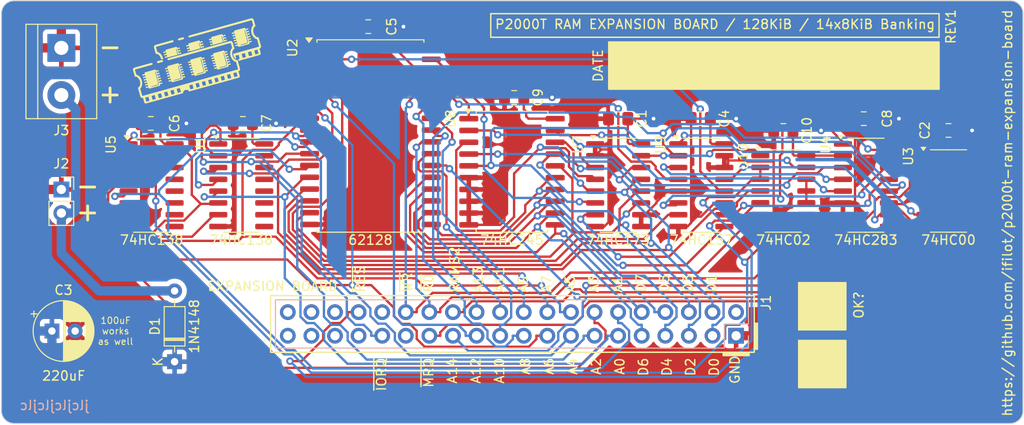
<source format=kicad_pcb>
(kicad_pcb (version 20240108) (generator "pcbnew") (generator_version "8.0")
  (title_block (title "Philips P2000T 64kb memory expansion board") (date "2024-05-20") (rev "4"))
  (layers (0 "F.Cu" signal) (31 "B.Cu" signal) (34 "B.Paste" user) (35 "F.Paste" user) (36 "B.SilkS" user "B.Silkscreen") (37 "F.SilkS" user "F.Silkscreen") (38 "B.Mask" user) (39 "F.Mask" user) (44 "Edge.Cuts" user))
  (net 0 "")
  (net 2 "D0")
  (net 3 "D1")
  (net 4 "D2")
  (net 5 "D3")
  (net 6 "D4")
  (net 7 "D5")
  (net 8 "D6")
  (net 9 "D7")
  (net 10 "A0")
  (net 11 "A1")
  (net 12 "A2")
  (net 13 "A3")
  (net 14 "A4")
  (net 15 "A5")
  (net 16 "A6")
  (net 17 "A7")
  (net 18 "A8")
  (net 19 "A9")
  (net 20 "A10")
  (net 21 "A11")
  (net 22 "A12")
  (net 23 "A13")
  (net 24 "A14")
  (net 25 "RAMS2")
  (net 26 "~{MRQ}")
  (net 27 "~{RD}")
  (net 28 "~{WR}")
  (net 29 "~{IORQ}")
  (net 30 "~{RES}")
  (net 40 "GND")
  (net 42 "S1")
  (net 43 "S2")
  (net 44 "Net-(U3-Pad3)")
  (net 45 "+5V")
  (net 46 "Net-(U1-~{Y7})")
  (net 47 "RES")
  (net 48 "~{CS1}")
  (net 50 "S3")
  (net 51 "S0")
  (net 57 "VCC")
  (net 58 "EO")
  (net 59 "R0")
  (net 60 "R2")
  (net 62 "R1")
  (net 63 "R3")
  (net 64 "Net-(U3-Pad11)")
  (net 65 "Net-(U4-S3)")
  (net 66 "Net-(U4-S1)")
  (net 67 "Net-(U4-S2)")
  (net 69 "Net-(U4-S4)")
  (net 72 "~{P=R}")
  (net 78 "Net-(U7-Cp)")
  (net 79 "Net-(U8-CE)")
  (net 80 "Net-(U10-Pad10)")
  (footprint "Capacitor_SMD:C_0805_2012Metric_Pad1.18x1.45mm_HandSolder" (layer "F.Cu") (at 86.36 57.15 180)
    (property "Reference" "C1")
    (property "Value" "0.1uF")
  )
  (footprint "Capacitor_SMD:C_0805_2012Metric_Pad1.18x1.45mm_HandSolder" (layer "F.Cu") (at 75.1625 54.864 180)
    (property "Reference" "C9")
    (property "Value" "0.1uF")
  )
  (footprint "components:OSHW-Logo2_14.6x12mm_Copper_AND_Mask" (layer "F.Cu") (at 118.872 80.645)
    (property "Reference" "LOGO1" (hide yes))
    (property "Value" "OSHW-Logo2_14.6x12mm_Copper_AND_Mask" (hide yes))
  )
  (footprint "Diode_THT:D_DO-35_SOD27_P7.62mm_Horizontal" (layer "F.Cu") (at 38.608 83.312 90)
    (property "Reference" "D1")
    (property "Value" "1N4148")
  )
  (footprint "Capacitor_SMD:C_0805_2012Metric_Pad1.18x1.45mm_HandSolder" (layer "F.Cu") (at 59.4575 47.244 180)
    (property "Reference" "C5")
    (property "Value" "0.1uF")
  )
  (footprint "Capacitor_SMD:C_0805_2012Metric_Pad1.18x1.45mm_HandSolder" (layer "F.Cu") (at 104.14 58.42 180)
    (property "Reference" "C10")
    (property "Value" "0.1uF")
  )
  (footprint "Capacitor_SMD:C_0805_2012Metric_Pad1.18x1.45mm_HandSolder" (layer "F.Cu") (at 121.92 58.42 180)
    (property "Reference" "C2")
    (property "Value" "0.1uF")
  )
  (footprint "Connector_PinSocket_2.54mm:PinSocket_1x02_P2.54mm_Vertical" (layer "F.Cu") (at 26.416 64.77)
    (property "Reference" "J2")
    (property "Value" "POWER")
  )
  (footprint "Capacitor_SMD:C_0805_2012Metric_Pad1.18x1.45mm_HandSolder" (layer "F.Cu") (at 36.0465 57.658 180)
    (property "Reference" "C6")
    (property "Value" "0.1uF")
  )
  (footprint "Capacitor_SMD:C_0805_2012Metric_Pad1.18x1.45mm_HandSolder" (layer "F.Cu") (at 45.9525 57.658 180)
    (property "Reference" "C7")
    (property "Value" "0.1uF")
  )
  (footprint "Package_SO:SOIC-20W_7.5x12.8mm_P1.27mm" (layer "F.Cu") (at 74.93 62.865)
    (property "Reference" "U8")
    (property "Value" "74HC245")
  )
  (footprint "Package_SO:SSOP-32_11.305x20.495mm_P1.27mm" (layer "F.Cu") (at 59.69 59.015)
    (property "Reference" "U2")
    (property "Value" "62128")
  )
  (footprint "Package_SO:SOIC-16_3.9x9.9mm_P1.27mm" (layer "F.Cu") (at 113.03 64.315)
    (property "Reference" "U4")
    (property "Value" "74HC283")
  )
  (footprint "Capacitor_THT:CP_Radial_D6.3mm_P2.50mm" (layer "F.Cu") (at 25.4 80.01)
    (property "Reference" "C3")
    (property "Value" "220uF")
  )
  (footprint "Capacitor_SMD:C_0805_2012Metric_Pad1.18x1.45mm_HandSolder" (layer "F.Cu") (at 95.25 57.15 180)
    (property "Reference" "C4")
    (property "Value" "0.1uF")
  )
  (footprint "Package_SO:SOIC-16_3.9x9.9mm_P1.27mm" (layer "F.Cu") (at 95.315 64.315)
    (property "Reference" "U9")
    (property "Value" "74HC157")
  )
  (footprint "components:ram-stick-logo" (layer "F.Cu") (at 41.021 50.927)
    (property "Reference" "G***")
    (property "Value" "LOGO" (hide yes))
  )
  (footprint "Package_SO:SOIC-16_3.9x9.9mm_P1.27mm" (layer "F.Cu") (at 45.785 64.315)
    (property "Reference" "U1")
    (property "Value" "74HC138")
  )
  (footprint "Package_SO:SOIC-16_3.9x9.9mm_P1.27mm" (layer "F.Cu") (at 86.36 64.315)
    (property "Reference" "U7")
    (property "Value" "74HC173")
  )
  (footprint "Capacitor_SMD:C_0805_2012Metric_Pad1.18x1.45mm_HandSolder" (layer "F.Cu") (at 112.7975 57.15 180)
    (property "Reference" "C8")
    (property "Value" "0.1uF")
  )
  (footprint "TerminalBlock:TerminalBlock_bornier-2_P5.08mm" (layer "F.Cu") (at 26.416 49.53 -90)
    (property "Reference" "J3")
    (property "Value" "TERMINAL")
  )
  (footprint "Package_SO:SOIC-14_3.9x8.7mm_P1.27mm" (layer "F.Cu") (at 121.92 64.935)
    (property "Reference" "U3")
    (property "Value" "74HC00")
  )
  (footprint "Package_SO:SOIC-16_3.9x9.9mm_P1.27mm" (layer "F.Cu") (at 36.133 64.315)
    (property "Reference" "U5")
    (property "Value" "74HC138")
  )
  (footprint "Package_SO:SOIC-14_3.9x8.7mm_P1.27mm" (layer "F.Cu") (at 104.14 64.935)
    (property "Reference" "U10")
    (property "Value" "74HC02")
  )
  (footprint "Connector_PinHeader_2.54mm:PinHeader_2x20_P2.54mm_Vertical" (layer "B.Cu") (at 99.055 80.518 90)
    (property "Reference" "J1")
    (property "Value" "EXPANSION BOARD")
  )
  (gr_rect (start 97.663 82.3976) (end 100.457 82.6516) (stroke (width 0.15)) (fill solid) (layer "F.SilkS"))
  (gr_rect (start 105.791 74.803) (end 110.871 79.883) (stroke (width 0.15)) (fill solid) (layer "F.SilkS"))
  (gr_rect (start 101.092 79.1718) (end 101.346 81.9658) (stroke (width 0.15)) (fill solid) (layer "F.SilkS"))
  (gr_rect (start 105.791 81.026) (end 110.871 86.106) (stroke (width 0.15)) (fill solid) (layer "F.SilkS"))
  (gr_rect (start 72.644 45.847) (end 120.904 48.387) (stroke (width 0.15)) (fill none) (layer "F.SilkS"))
  (gr_rect (start 85.344 48.895) (end 120.904 53.975) (stroke (width 0.15)) (fill solid) (layer "F.SilkS"))
  (gr_rect (start 48.938 76.2) (end 101.008 82.296) (stroke (width 0.15)) (fill none) (layer "F.SilkS"))
  (gr_line (start 129.9464 88.5952) (end 129.9464 45.8216) (stroke (width 0.1)) (layer "Edge.Cuts"))
  (gr_arc (start 19.9644 45.8216) (mid 20.366132 44.851732) (end 21.336 44.45) (stroke (width 0.1)) (layer "Edge.Cuts"))
  (gr_line (start 21.336 89.9668) (end 128.5748 89.9668) (stroke (width 0.1)) (layer "Edge.Cuts"))
  (gr_arc (start 128.5748 44.45) (mid 129.544668 44.851732) (end 129.9464 45.8216) (stroke (width 0.1)) (layer "Edge.Cuts"))
  (gr_arc (start 129.9464 88.5952) (mid 129.544668 89.565068) (end 128.5748 89.9668) (stroke (width 0.1)) (layer "Edge.Cuts"))
  (gr_line (start 19.9644 45.8216) (end 19.9644 88.5952) (stroke (width 0.1)) (layer "Edge.Cuts"))
  (gr_arc (start 21.336 89.9668) (mid 20.366132 89.565068) (end 19.9644 88.5952) (stroke (width 0.1)) (layer "Edge.Cuts"))
  (gr_line (start 128.5748 44.45) (end 21.336 44.45) (stroke (width 0.1)) (layer "Edge.Cuts"))
  (gr_text "jlcjlcjlcjlc" (at 25.654 88.011 0) (layer "B.SilkS") (effects (font (size 1 1)) (justify mirror)))
  (gr_text "~{RD}" (at 65.956 75.946 90) (layer "F.SilkS") (effects (font (size 1 1)) (justify left)))
  (gr_text "~{WR}" (at 63.67 75.946 90) (layer "F.SilkS") (effects (font (size 1 1)) (justify left)))
  (gr_text "A6" (at 78.91 82.804 90) (layer "F.SilkS") (effects (font (size 1 1)) (justify right)))
  (gr_text "A11" (at 73.576 75.946 90) (layer "F.SilkS") (effects (font (size 1 1)) (justify left)))
  (gr_text "~{IORQ}" (at 60.876 82.804 90) (layer "F.SilkS") (effects (font (size 1 1)) (justify right)))
  (gr_text "A0" (at 86.53 82.804 90) (layer "F.SilkS") (effects (font (size 1 1)) (justify right)))
  (gr_text "D1" (at 96.436 75.946 90) (layer "F.SilkS") (effects (font (size 1 1)) (justify left)))
  (gr_text "A12" (at 71.036 82.804 90) (layer "F.SilkS") (effects (font (size 1 1)) (justify right)))
  (gr_text "D6" (at 89.07 82.804 90) (layer "F.SilkS") (effects (font (size 1 1)) (justify right)))
  (gr_text "OK?" (at 112.268 77.216 90) (layer "F.SilkS") (effects (font (size 1 1))))
  (gr_text "A4" (at 81.45 82.804 90) (layer "F.SilkS") (effects (font (size 1 1)) (justify right)))
  (gr_text "https://github.com/ifilot/p2000t-ram-expansion-board" (at 128.27 67.31 90) (layer "F.SilkS") (effects (font (size 1 1))))
  (gr_text "-" (at 27.813 65.532 0) (layer "F.SilkS") (effects (font (size 2 2) (thickness 0.3)) (justify left bottom)))
  (gr_text "A3" (at 83.736 75.946 90) (layer "F.SilkS") (effects (font (size 1 1)) (justify left)))
  (gr_text "RAMS2" (at 68.75 75.946 90) (layer "F.SilkS") (effects (font (size 1 1)) (justify left)))
  (gr_text "D4" (at 91.61 82.804 90) (layer "F.SilkS") (effects (font (size 1 1)) (justify right)))
  (gr_text "+" (at 30.226 55.626 0) (layer "F.SilkS") (effects (font (size 2 2) (thickness 0.3)) (justify left bottom)))
  (gr_text "A8" (at 76.37 82.804 90) (layer "F.SilkS") (effects (font (size 1 1)) (justify right)))
  (gr_text "~{MRQ}" (at 65.956 82.804 90) (layer "F.SilkS") (effects (font (size 1 1)) (justify right)))
  (gr_text "A7" (at 78.656 75.946 90) (layer "F.SilkS") (effects (font (size 1 1)) (justify left)))
  (gr_text "D7" (at 88.816 75.946 90) (layer "F.SilkS") (effects (font (size 1 1)) (justify left)))
  (gr_text "D5" (at 91.356 75.946 90) (layer "F.SilkS") (effects (font (size 1 1)) (justify left)))
  (gr_text "~{RES}" (at 58.59 75.946 90) (layer "F.SilkS") (effects (font (size 1 1)) (justify left)))
  (gr_text "D3" (at 93.896 75.946 90) (layer "F.SilkS") (effects (font (size 1 1)) (justify left)))
  (gr_text "A10" (at 73.576 82.804 90) (layer "F.SilkS") (effects (font (size 1 1)) (justify right)))
  (gr_text "D0" (at 96.69 82.804 90) (layer "F.SilkS") (effects (font (size 1 1)) (justify right)))
  (gr_text "A2" (at 83.99 82.804 90) (layer "F.SilkS") (effects (font (size 1 1)) (justify right)))
  (gr_text "DATE" (at 84.201 51.435 90) (layer "F.SilkS") (effects (font (size 1 1))))
  (gr_text "+" (at 27.813 68.326 0) (layer "F.SilkS") (effects (font (size 2 2) (thickness 0.3)) (justify left bottom)))
  (gr_text "GND" (at 98.93 82.55 90) (layer "F.SilkS") (effects (font (size 1 1)) (justify right)))
  (gr_text "-" (at 30.226 50.546 0) (layer "F.SilkS") (effects (font (size 2 2) (thickness 0.3)) (justify left bottom)))
  (gr_text "A14" (at 68.496 82.804 90) (layer "F.SilkS") (effects (font (size 1 1)) (justify right)))
  (gr_text "A1" (at 86.276 75.946 90) (layer "F.SilkS") (effects (font (size 1 1)) (justify left)))
  (gr_text "A5" (at 81.196 75.946 90) (layer "F.SilkS") (effects (font (size 1 1)) (justify left)))
  (gr_text "A9" (at 76.116 75.946 90) (layer "F.SilkS") (effects (font (size 1 1)) (justify left)))
  (gr_text "D2" (at 94.15 82.804 90) (layer "F.SilkS") (effects (font (size 1 1)) (justify right)))
  (gr_text "100uF\nworks\nas well" (at 32.258 80.01 0) (layer "F.SilkS") (effects (font (size 0.7 0.7) (thickness 0.1))))
  (gr_text "REV1" (at 122.174 47.244 90) (layer "F.SilkS") (effects (font (size 1 1))))
  (gr_text "P2000T RAM EXPANSION BOARD / 128KiB / 14x8KiB Banking" (at 73.025 46.99 0) (layer "F.SilkS") (effects (font (size 1 1)) (justify left)))
  (gr_text "A13" (at 71.29 75.946 90) (layer "F.SilkS") (effects (font (size 1 1)) (justify left)))
  (segment (start 79.58 59.69) (end 80.6641 59.69) (width 0.25) (layer "F.Cu") (net 2))
  (segment (start 82.4382 71.2898) (end 91.5162 71.2898) (width 0.25) (layer "F.Cu") (net 2))
  (segment (start 86.4951 63.7304) (end 87.8155 62.41) (width 0.25) (layer "F.Cu") (net 2))
  (segment (start 80.3731 73.3549) (end 82.4382 71.2898) (width 0.25) (layer "F.Cu") (net 2))
  (segment (start 81.5507 60.5766) (end 81.5507 61.7678) (width 0.25) (layer "F.Cu") (net 2))
  (segment (start 50.4374 66.8848) (end 50.4374 69.46) (width 0.25) (layer "F.Cu") (net 2))
  (segment (start 87.8155 62.41) (end 88.835 62.41) (width 0.25) (layer "F.Cu") (net 2))
  (segment (start 91.5162 71.2898) (end 91.7994 71.0066) (width 0.25) (layer "F.Cu") (net 2))
  (segment (start 53.14 64.73) (end 52.5922 64.73) (width 0.25) (layer "F.Cu") (net 2))
  (segment (start 54.3323 73.3549) (end 80.3731 73.3549) (width 0.25) (layer "F.Cu") (net 2))
  (segment (start 81.5507 61.7678) (end 82.3064 62.5235) (width 0.25) (layer "F.Cu") (net 2))
  (segment (start 80.6641 59.69) (end 81.5507 60.5766) (width 0.25) (layer "F.Cu") (net 2))
  (segment (start 50.4374 69.46) (end 54.3323 73.3549) (width 0.25) (layer "F.Cu") (net 2))
  (segment (start 52.5922 64.73) (end 50.4374 66.8848) (width 0.25) (layer "F.Cu") (net 2))
  (via (at 86.4951 63.7304) (size 0.8) (drill 0.4) (layers "F.Cu" "B.Cu") (net 2))
  (via (at 82.3064 62.5235) (size 0.8) (drill 0.4) (layers "F.Cu" "B.Cu") (net 2))
  (via (at 91.7994 71.0066) (size 0.8) (drill 0.4) (layers "F.Cu" "B.Cu") (net 2))
  (segment (start 85.2882 62.5235) (end 82.3064 62.5235) (width 0.25) (layer "B.Cu") (net 2))
  (segment (start 96.515 79.3429) (end 96.8822 79.3429) (width 0.25) (layer "B.Cu") (net 2))
  (segment (start 97.71 76.9172) (end 91.7994 71.0066) (width 0.25) (layer "B.Cu") (net 2))
  (segment (start 91.7994 71.0066) (end 91.7994 68.7886) (width 0.25) (layer "B.Cu") (net 2))
  (segment (start 86.4951 63.7304) (end 85.2882 62.5235) (width 0.25) (layer "B.Cu") (net 2))
  (segment (start 91.7994 68.7886) (end 86.7412 63.7304) (width 0.25) (layer "B.Cu") (net 2))
  (segment (start 86.7412 63.7304) (end 86.4951 63.7304) (width 0.25) (layer "B.Cu") (net 2))
  (segment (start 96.515 80.518) (end 96.515 79.3429) (width 0.25) (layer "B.Cu") (net 2))
  (segment (start 96.8822 79.3429) (end 97.71 78.5151) (width 0.25) (layer "B.Cu") (net 2))
  (segment (start 97.71 78.5151) (end 97.71 76.9172) (width 0.25) (layer "B.Cu") (net 2))
  (segment (start 54.5188 72.9048) (end 80.1866 72.9048) (width 0.25) (layer "F.Cu") (net 3))
  (segment (start 87.0501 65.0803) (end 88.4504 63.68) (width 0.25) (layer "F.Cu") (net 3))
  (segment (start 82.5342 70.5572) (end 89.9045 70.5572) (width 0.25) (layer "F.Cu") (net 3))
  (segment (start 79.1247 60.96) (end 77.9449 62.1398) (width 0.25) (layer "F.Cu") (net 3))
  (segment (start 50.8875 69.2735) (end 54.5188 72.9048) (width 0.25) (layer "F.Cu") (net 3))
  (segment (start 52.0569 66) (end 50.8875 67.1694) (width 0.25) (layer "F.Cu") (net 3))
  (segment (start 88.4504 63.68) (end 88.835 63.68) (width 0.25) (layer "F.Cu") (net 3))
  (segment (start 80.1866 72.9048) (end 82.5342 70.5572) (width 0.25) (layer "F.Cu") (net 3))
  (segment (start 50.8875 67.1694) (end 50.8875 69.2735) (width 0.25) (layer "F.Cu") (net 3))
  (segment (start 79.58 60.96) (end 79.1247 60.96) (width 0.25) (layer "F.Cu") (net 3))
  (segment (start 53.14 66) (end 52.0569 66) (width 0.25) (layer "F.Cu") (net 3))
  (via (at 77.9449 62.1398) (size 0.8) (drill 0.4) (layers "F.Cu" "B.Cu") (net 3))
  (via (at 89.9045 70.5572) (size 0.8) (drill 0.4) (layers "F.Cu" "B.Cu") (net 3))
  (via (at 87.0501 65.0803) (size 0.8) (drill 0.4) (layers "F.Cu" "B.Cu") (net 3))
  (segment (start 89.9045 67.9347) (end 87.0501 65.0803) (width 0.25) (layer "B.Cu") (net 3))
  (segment (start 90.2693 70.5572) (end 89.9045 70.5572) (width 0.25) (layer "B.Cu") (net 3))
  (segment (start 96.515 77.978) (end 96.515 76.8029) (width 0.25) (layer "B.Cu") (net 3))
  (segment (start 87.0501 65.0803) (end 80.8854 65.0803) (width 0.25) (layer "B.Cu") (net 3))
  (segment (start 89.9045 70.5572) (end 89.9045 67.9347) (width 0.25) (layer "B.Cu") (net 3))
  (segment (start 96.515 76.8029) (end 90.2693 70.5572) (width 0.25) (layer "B.Cu") (net 3))
  (segment (start 80.8854 65.0803) (end 77.9449 62.1398) (width 0.25) (layer "B.Cu") (net 3))
  (segment (start 88.4195 64.95) (end 88.835 64.95) (width 0.25) (layer "F.Cu") (net 4))
  (segment (start 86.5181 66.8514) (end 88.4195 64.95) (width 0.25) (layer "F.Cu") (net 4))
  (segment (start 51.7877 68.9005) (end 54.8918 72.0046) (width 0.25) (layer "F.Cu") (net 4))
  (segment (start 81.4338 63.6185) (end 81.4338 69.1533) (width 0.25) (layer "F.Cu") (net 4))
  (segment (start 86.5181 68.6012) (end 87.1739 68.6012) (width 0.25) (layer "F.Cu") (net 4))
  (segment (start 86.5181 68.6012) (end 86.5181 66.8514) (width 0.25) (layer "F.Cu") (net 4))
  (segment (start 52.6569 67.27) (end 51.7877 68.1392) (width 0.25) (layer "F.Cu") (net 4))
  (segment (start 79.58 62.23) (end 80.0453 62.23) (width 0.25) (layer "F.Cu") (net 4))
  (segment (start 81.4338 69.1533) (end 81.6663 69.3858) (width 0.25) (layer "F.Cu") (net 4))
  (segment (start 51.7877 68.1392) (end 51.7877 68.9005) (width 0.25) (layer "F.Cu") (net 4))
  (segment (start 80.0453 62.23) (end 81.4338 63.6185) (width 0.25) (layer "F.Cu") (net 4))
  (segment (start 85.7335 69.3858) (end 86.5181 68.6012) (width 0.25) (layer "F.Cu") (net 4))
  (segment (start 81.6663 69.3858) (end 85.7335 69.3858) (width 0.25) (layer "F.Cu") (net 4))
  (segment (start 79.0475 72.0046) (end 81.6663 69.3858) (width 0.25) (layer "F.Cu") (net 4))
  (segment (start 54.8918 72.0046) (end 79.0475 72.0046) (width 0.25) (layer "F.Cu") (net 4))
  (segment (start 53.14 67.27) (end 52.6569 67.27) (width 0.25) (layer "F.Cu") (net 4))
  (via (at 87.1739 68.6012) (size 0.8) (drill 0.4) (layers "F.Cu" "B.Cu") (net 4))
  (segment (start 93.975 79.3429) (end 94.3402 79.3429) (width 0.25) (layer "B.Cu") (net 4))
  (segment (start 95.1656 78.5175) (end 95.1656 76.9001) (width 0.25) (layer "B.Cu") (net 4))
  (segment (start 95.1656 76.9001) (end 87.1739 68.9084) (width 0.25) (layer "B.Cu") (net 4))
  (segment (start 93.975 80.518) (end 93.975 79.3429) (width 0.25) (layer "B.Cu") (net 4))
  (segment (start 94.3402 79.3429) (end 95.1656 78.5175) (width 0.25) (layer "B.Cu") (net 4))
  (segment (start 87.1739 68.9084) (end 87.1739 68.6012) (width 0.25) (layer "B.Cu") (net 4))
  (segment (start 76.3526 67.2315) (end 76.3526 66.4697) (width 0.25) (layer "F.Cu") (net 5))
  (segment (start 87.2445 67.4143) (end 88.4388 66.22) (width 0.25) (layer "F.Cu") (net 5))
  (segment (start 77.8846 64.7039) (end 77.8846 64.9377) (width 0.25) (layer "F.Cu") (net 5))
  (segment (start 76.3526 66.4697) (end 77.8846 64.9377) (width 0.25) (layer "F.Cu") (net 5))
  (segment (start 79.58 63.5) (end 79.0885 63.5) (width 0.25) (layer "F.Cu") (net 5))
  (segment (start 73.8966 69.6875) (end 76.3526 67.2315) (width 0.25) (layer "F.Cu") (net 5))
  (segment (start 67.3875 69.6875) (end 73.8966 69.6875) (width 0.25) (layer "F.Cu") (net 5))
  (segment (start 88.4388 66.22) (end 88.835 66.22) (width 0.25) (layer "F.Cu") (net 5))
  (segment (start 79.0885 63.5) (end 77.8846 64.7039) (width 0.25) (layer "F.Cu") (net 5))
  (segment (start 66.24 68.54) (end 67.3875 69.6875) (width 0.25) (layer "F.Cu") (net 5))
  (via (at 77.8846 64.9377) (size 0.8) (drill 0.4) (layers "F.Cu" "B.Cu") (net 5))
  (via (at 87.2445 67.4143) (size 0.8) (drill 0.4) (layers "F.Cu" "B.Cu") (net 5))
  (segment (start 86.4488 68.21) (end 86.4488 69.2767) (width 0.25) (layer "B.Cu") (net 5))
  (segment (start 79.0806 64.9377) (end 81.2529 67.11) (width 0.25) (layer "B.Cu") (net 5))
  (segment (start 93.975 77.978) (end 93.975 76.8029) (width 0.25) (layer "B.Cu") (net 5))
  (segment (start 86.4488 69.2767) (end 93.975 76.8029) (width 0.25) (layer "B.Cu") (net 5))
  (segment (start 81.2529 67.11) (end 85.3488 67.11) (width 0.25) (layer "B.Cu") (net 5))
  (segment (start 77.8846 64.9377) (end 79.0806 64.9377) (width 0.25) (layer "B.Cu") (net 5))
  (segment (start 87.2445 67.4143) (end 86.4488 68.21) (width 0.25) (layer "B.Cu") (net 5))
  (segment (start 85.3488 67.11) (end 86.4488 68.21) (width 0.25) (layer "B.Cu") (net 5))
  (segment (start 74.0831 70.1377) (end 77.6301 66.5907) (width 0.25) (layer "F.Cu") (net 6))
  (segment (start 77.6301 66.2808) (end 77.6301 66.4619) (width 0.25) (layer "F.Cu") (net 6))
  (segment (start 79.1409 64.77) (end 77.6301 66.2808) (width 0.25) (layer "F.Cu") (net 6))
  (segment (start 64.8731 68.118) (end 64.8731 68.9253) (width 0.25) (layer "F.Cu") (net 6))
  (segment (start 66.0855 70.1377) (end 74.0831 70.1377) (width 0.25) (layer "F.Cu") (net 6))
  (segment (start 79.58 64.77) (end 79.1409 64.77) (width 0.25) (layer "F.Cu") (net 6))
  (segment (start 66.24 67.27) (end 65.7211 67.27) (width 0.25) (layer "F.Cu") (net 6))
  (segment (start 64.8731 68.9253) (end 66.0855 70.1377) (width 0.25) (layer "F.Cu") (net 6))
  (segment (start 77.6301 66.5907) (end 77.6301 66.4619) (width 0.25) (layer "F.Cu") (net 6))
  (segment (start 65.7211 67.27) (end 64.8731 68.118) (width 0.25) (layer "F.Cu") (net 6))
  (via (at 77.6301 66.4619) (size 0.8) (drill 0.4) (layers "F.Cu" "B.Cu") (net 6))
  (segment (start 91.435 79.3429) (end 91.8002 79.3429) (width 0.25) (layer "B.Cu") (net 6))
  (segment (start 91.435 80.518) (end 91.435 79.3429) (width 0.25) (layer "B.Cu") (net 6))
  (segment (start 79.1197 66.462) (end 77.6301 66.462) (width 0.25) (layer "B.Cu") (net 6))
  (segment (start 89.2053 74.0644) (end 86.7221 74.0644) (width 0.25) (layer "B.Cu") (net 6))
  (segment (start 86.7221 74.0644) (end 79.1197 66.462) (width 0.25) (layer "B.Cu") (net 6))
  (segment (start 77.6301 66.462) (end 77.6301 66.4619) (width 0.25) (layer "B.Cu") (net 6))
  (segment (start 92.6408 78.5023) (end 92.6408 77.4999) (width 0.25) (layer "B.Cu") (net 6))
  (segment (start 91.8002 79.3429) (end 92.6408 78.5023) (width 0.25) (layer "B.Cu") (net 6))
  (segment (start 92.6408 77.4999) (end 89.2053 74.0644) (width 0.25) (layer "B.Cu") (net 6))
  (segment (start 66.24 66) (end 65.7242 66) (width 0.25) (layer "F.Cu") (net 7))
  (segment (start 77.6105 67.5555) (end 77.674 67.619) (width 0.25) (layer "F.Cu") (net 7))
  (segment (start 65.8976 70.6166) (end 74.5494 70.6166) (width 0.25) (layer "F.Cu") (net 7))
  (segment (start 74.5494 70.6166) (end 77.6105 67.5555) (width 0.25) (layer "F.Cu") (net 7))
  (segment (start 64.4115 69.1305) (end 65.8976 70.6166) (width 0.25) (layer "F.Cu") (net 7))
  (segment (start 79.126 66.04) (end 79.58 66.04) (width 0.25) (layer "F.Cu") (net 7))
  (segment (start 65.7242 66) (end 64.4115 67.3127) (width 0.25) (layer "F.Cu") (net 7))
  (segment (start 64.4115 67.3127) (end 64.4115 69.1305) (width 0.25) (layer "F.Cu") (net 7))
  (segment (start 77.6105 67.5555) (end 79.126 66.04) (width 0.25) (layer "F.Cu") (net 7))
  (via (at 77.674 67.619) (size 0.8) (drill 0.4) (layers "F.Cu" "B.Cu") (net 7))
  (segment (start 79.7037 67.6826) (end 77.7375 67.6826) (width 0.25) (layer "B.Cu") (net 7))
  (segment (start 90.2599 77.6022) (end 87.3315 74.6738) (width 0.25) (layer "B.Cu") (net 7))
  (segment (start 90.2599 77.978) (end 90.2599 77.6022) (width 0.25) (layer "B.Cu") (net 7))
  (segment (start 87.3315 74.6738) (end 86.6949 74.6738) (width 0.25) (layer "B.Cu") (net 7))
  (segment (start 86.6949 74.6738) (end 79.7037 67.6826) (width 0.25) (layer "B.Cu") (net 7))
  (segment (start 77.7375 67.6826) (end 77.7375 67.6825) (width 0.25) (layer "B.Cu") (net 7))
  (segment (start 77.7375 67.6825) (end 77.674 67.619) (width 0.25) (layer "B.Cu") (net 7))
  (segment (start 91.435 77.978) (end 90.2599 77.978) (width 0.25) (layer "B.Cu") (net 7))
  (segment (start 66.24 64.73) (end 65.7395 64.73) (width 0.25) (layer "F.Cu") (net 8))
  (segment (start 65.7395 64.73) (end 63.9614 66.5081) (width 0.25) (layer "F.Cu") (net 8))
  (segment (start 65.6583 71.0711) (end 75.3887 71.0711) (width 0.25) (layer "F.Cu") (net 8))
  (segment (start 63.9614 69.3742) (end 65.6583 71.0711) (width 0.25) (layer "F.Cu") (net 8))
  (segment (start 63.9614 66.5081) (end 63.9614 69.3742) (width 0.25) (layer "F.Cu") (net 8))
  (segment (start 79.1498 67.31) (end 79.58 67.31) (width 0.25) (layer "F.Cu") (net 8))
  (segment (start 75.3887 71.0711) (end 77.6634 68.7964) (width 0.25) (layer "F.Cu") (net 8))
  (segment (start 77.6634 68.7964) (end 79.1498 67.31) (width 0.25) (layer "F.Cu") (net 8))
  (via (at 77.6634 68.7964) (size 0.8) (drill 0.4) (layers "F.Cu" "B.Cu") (net 8))
  (segment (start 80.3115 70.2474) (end 79.1144 70.2474) (width 0.25) (layer "B.Cu") (net 8))
  (segment (start 88.5277 79.3429) (end 87.7199 78.5351) (width 0.25) (layer "B.Cu") (net 8))
  (segment (start 88.895 80.518) (end 88.895 79.3429) (width 0.25) (layer "B.Cu") (net 8))
  (segment (start 88.895 79.3429) (end 88.5277 79.3429) (width 0.25) (layer "B.Cu") (net 8))
  (segment (start 87.7199 77.6558) (end 80.3115 70.2474) (width 0.25) (layer "B.Cu") (net 8))
  (segment (start 79.1144 70.2474) (end 77.6634 68.7964) (width 0.25) (layer "B.Cu") (net 8))
  (segment (start 87.7199 78.5351) (end 87.7199 77.6558) (width 0.25) (layer "B.Cu") (net 8))
  (segment (start 63.5064 65.7032) (end 63.5064 69.5837) (width 0.25) (layer "F.Cu") (net 9))
  (segment (start 63.5064 69.5837) (end 65.444 71.5213) (width 0.25) (layer "F.Cu") (net 9))
  (segment (start 77.5809 71.5213) (end 79.58 69.5222) (width 0.25) (layer "F.Cu") (net 9))
  (segment (start 65.444 71.5213) (end 77.5809 71.5213) (width 0.25) (layer "F.Cu") (net 9))
  (segment (start 65.7496 63.46) (end 63.5064 65.7032) (width 0.25) (layer "F.Cu") (net 9))
  (segment (start 79.58 68.58) (end 79.58 69.5222) (width 0.25) (layer "F.Cu") (net 9))
  (segment (start 66.24 63.46) (end 65.7496 63.46) (width 0.25) (layer "F.Cu") (net 9))
  (segment (start 79.58 69.5222) (end 80.4974 69.5222) (width 0.25) (layer "F.Cu") (net 9))
  (via (at 80.4974 69.5222) (size 0.8) (drill 0.4) (layers "F.Cu" "B.Cu") (net 9))
  (segment (start 80.4974 69.5222) (end 88.895 77.9198) (width 0.25) (layer "B.Cu") (net 9))
  (segment (start 88.895 77.9198) (end 88.895 77.978) (width 0.25) (layer "B.Cu") (net 9))
  (segment (start 50.4702 65.5653) (end 52.5755 63.46) (width 0.25) (layer "F.Cu") (net 10))
  (segment (start 52.5755 63.46) (end 53.14 63.46) (width 0.25) (layer "F.Cu") (net 10))
  (segment (start 42.6948 65.5652) (end 41.8041 65.5652) (width 0.25) (layer "F.Cu") (net 10))
  (segment (start 43.31 64.95) (end 42.6948 65.5652) (width 0.25) (layer "F.Cu") (net 10))
  (via (at 41.8041 65.5652) (size 0.8) (drill 0.4) (layers "F.Cu" "B.Cu") (net 10))
  (via (at 50.4702 65.5653) (size 0.8) (drill 0.4) (layers "F.Cu" "B.Cu") (net 10))
  (segment (start 85.1799 80.8852) (end 82.531 83.5341) (width 0.25) (layer "B.Cu") (net 10))
  (segment (start 52.1598 76.0062) (end 50.4702 74.3166) (width 0.25) (layer "B.Cu") (net 10))
  (segment (start 54.6998 81.0203) (end 54.6998 80.2187) (width 0.25) (layer "B.Cu") (net 10))
  (segment (start 50.4702 65.5653) (end 41.8041 65.5653) (width 0.25) (layer "B.Cu") (net 10))
  (segment (start 85.1799 80.518) (end 85.1799 80.8852) (width 0.25) (layer "B.Cu") (net 10))
  (segment (start 57.2136 83.5341) (end 54.6998 81.0203) (width 0.25) (layer "B.Cu") (net 10))
  (segment (start 82.531 83.5341) (end 57.2136 83.5341) (width 0.25) (layer "B.Cu") (net 10))
  (segment (start 52.1598 78.4677) (end 52.1598 76.0062) (width 0.25) (layer "B.Cu") (net 10))
  (segment (start 54.6998 80.2187) (end 53.6343 79.1532) (width 0.25) (layer "B.Cu") (net 10))
  (segment (start 41.8041 65.5653) (end 41.8041 65.5652) (width 0.25) (layer "B.Cu") (net 10))
  (segment (start 52.8453 79.1532) (end 52.1598 78.4677) (width 0.25) (layer "B.Cu") (net 10))
  (segment (start 86.355 80.518) (end 85.1799 80.518) (width 0.25) (layer "B.Cu") (net 10))
  (segment (start 53.6343 79.1532) (end 52.8453 79.1532) (width 0.25) (layer "B.Cu") (net 10))
  (segment (start 50.4702 74.3166) (end 50.4702 65.5653) (width 0.25) (layer "B.Cu") (net 10))
  (segment (start 50.9563 62.5917) (end 52.7383 62.5917) (width 0.25) (layer "F.Cu") (net 11))
  (segment (start 32.1832 65.512) (end 33.096 65.512) (width 0.25) (layer "F.Cu") (net 11))
  (segment (start 33.096 65.512) (end 33.658 64.95) (width 0.25) (layer "F.Cu") (net 11))
  (segment (start 52.7383 62.5917) (end 53.14 62.19) (width 0.25) (layer "F.Cu") (net 11))
  (via (at 50.9563 62.5917) (size 0.8) (drill 0.4) (layers "F.Cu" "B.Cu") (net 11))
  (via (at 32.1832 65.512) (size 0.8) (drill 0.4) (layers "F.Cu" "B.Cu") (net 11))
  (segment (start 51.5181 82.075) (end 53.4868 84.0437) (width 0.25) (layer "B.Cu") (net 11))
  (segment (start 37.922 66.2458) (end 37.922 69.335) (width 0.25) (layer "B.Cu") (net 11))
  (segment (start 32.4382 65.257) (end 36.9332 65.257) (width 0.25) (layer "B.Cu") (net 11))
  (segment (start 32.1832 65.512) (end 32.4382 65.257) (width 0.25) (layer "B.Cu") (net 11))
  (segment (start 37.922 69.335) (end 50.662 82.075) (width 0.25) (layer "B.Cu") (net 11))
  (segment (start 87.5344 79.9653) (end 86.7222 79.1531) (width 0.25) (layer "B.Cu") (net 11))
  (segment (start 87.5344 81.0588) (end 87.5344 79.9653) (width 0.25) (layer "B.Cu") (net 11))
  (segment (start 53.4868 84.0437) (end 84.5495 84.0437) (width 0.25) (layer "B.Cu") (net 11))
  (segment (start 41.2138 60.5791) (end 48.9437 60.5791) (width 0.25) (layer "B.Cu") (net 11))
  (segment (start 84.5495 84.0437) (end 87.5344 81.0588) (width 0.25) (layer "B.Cu") (net 11))
  (segment (start 36.9332 65.257) (end 36.9332 64.8597) (width 0.25) (layer "B.Cu") (net 11))
  (segment (start 86.355 77.978) (end 86.355 79.1531) (width 0.25) (layer "B.Cu") (net 11))
  (segment (start 36.9332 65.257) (end 37.922 66.2458) (width 0.25) (layer "B.Cu") (net 11))
  (segment (start 36.9332 64.8597) (end 41.2138 60.5791) (width 0.25) (layer "B.Cu") (net 11))
  (segment (start 50.662 82.075) (end 51.5181 82.075) (width 0.25) (layer "B.Cu") (net 11))
  (segment (start 86.7222 79.1531) (end 86.355 79.1531) (width 0.25) (layer "B.Cu") (net 11))
  (segment (start 48.9437 60.5791) (end 50.9563 62.5917) (width 0.25) (layer "B.Cu") (net 11))
  (segment (start 53.14 60.92) (end 50.6191 60.92) (width 0.25) (layer "F.Cu") (net 12))
  (segment (start 50.6191 60.92) (end 49.7641 61.775) (width 0.25) (layer "F.Cu") (net 12))
  (segment (start 41.5378 61.6446) (end 41.7102 61.817) (width 0.25) (layer "F.Cu") (net 12))
  (segment (start 42.4463 57.9025) (end 41.5378 58.811) (width 0.25) (layer "F.Cu") (net 12))
  (segment (start 43.543 58.332) (end 43.1135 57.9025) (width 0.25) (layer "F.Cu") (net 12))
  (segment (start 43.543 59.637) (end 43.543 58.332) (width 0.25) (layer "F.Cu") (net 12))
  (segment (start 49.7641 61.775) (end 46.8539 61.775) (width 0.25) (layer "F.Cu") (net 12))
  (segment (start 41.5378 58.811) (end 41.5378 61.6446) (width 0.25) (layer "F.Cu") (net 12))
  (segment (start 43.1135 57.9025) (end 42.4463 57.9025) (width 0.25) (layer "F.Cu") (net 12))
  (segment (start 43.31 59.87) (end 43.543 59.637) (width 0.25) (layer "F.Cu") (net 12))
  (via (at 46.8539 61.775) (size 0.8) (drill 0.4) (layers "F.Cu" "B.Cu") (net 12))
  (via (at 41.7102 61.817) (size 0.8) (drill 0.4) (layers "F.Cu" "B.Cu") (net 12))
  (segment (start 51.8085 73.1894) (end 54.6873 76.0682) (width 0.25) (layer "B.Cu") (net 12))
  (segment (start 54.6873 76.0682) (end 54.6873 78.4783) (width 0.25) (layer "B.Cu") (net 12))
  (segment (start 57.2398 80.1587) (end 57.2398 81.0407) (width 0.25) (layer "B.Cu") (net 12))
  (segment (start 55.5518 79.3428) (end 56.4239 79.3428) (width 0.25) (layer "B.Cu") (net 12))
  (segment (start 41.7102 61.817) (end 41.7116 61.8156) (width 0.25) (layer "B.Cu") (net 12))
  (segment (start 57.2398 81.0407) (end 59.283 83.0839) (width 0.25) (layer "B.Cu") (net 12))
  (segment (start 82.6399 80.8852) (end 82.6399 80.518) (width 0.25) (layer "B.Cu") (net 12))
  (segment (start 83.815 80.518) (end 82.6399 80.518) (width 0.25) (layer "B.Cu") (net 12))
  (segment (start 46.8539 61.8156) (end 47.7665 61.8156) (width 0.25) (layer "B.Cu") (net 12))
  (segment (start 41.7116 61.8156) (end 46.8539 61.8156) (width 0.25) (layer "B.Cu") (net 12))
  (segment (start 46.8539 61.8156) (end 46.8539 61.775) (width 0.25) (layer "B.Cu") (net 12))
  (segment (start 47.7665 61.8156) (end 51.8085 65.8576) (width 0.25) (layer "B.Cu") (net 12))
  (segment (start 80.4412 83.0839) (end 82.6399 80.8852) (width 0.25) (layer "B.Cu") (net 12))
  (segment (start 54.6873 78.4783) (end 55.5518 79.3428) (width 0.25) (layer "B.Cu") (net 12))
  (segment (start 51.8085 65.8576) (end 51.8085 73.1894) (width 0.25) (layer "B.Cu") (net 12))
  (segment (start 56.4239 79.3428) (end 57.2398 80.1587) (width 0.25) (layer "B.Cu") (net 12))
  (segment (start 59.283 83.0839) (end 80.4412 83.0839) (width 0.25) (layer "B.Cu") (net 12))
  (segment (start 82.0271 83.9753) (end 84.9951 81.0073) (width 0.25) (layer "F.Cu") (net 13))
  (segment (start 30.0637 69.3844) (end 44.6546 83.9753) (width 0.25) (layer "F.Cu") (net 13))
  (segment (start 84.9951 81.0073) (end 84.9951 79.966) (width 0.25) (layer "F.Cu") (net 13))
  (segment (start 84.9951 79.966) (end 84.1822 79.1531) (width 0.25) (layer "F.Cu") (net 13))
  (segment (start 83.815 77.978) (end 83.815 79.1531) (width 0.25) (layer "F.Cu") (net 13))
  (segment (start 30.0637 63.019) (end 30.0637 69.3844) (width 0.25) (layer "F.Cu") (net 13))
  (segment (start 84.1822 79.1531) (end 83.815 79.1531) (width 0.25) (layer "F.Cu") (net 13))
  (segment (start 33.658 59.87) (end 33.658 59.5268) (width 0.25) (layer "F.Cu") (net 13))
  (segment (start 33.658 59.87) (end 33.2127 59.87) (width 0.25) (layer "F.Cu") (net 13))
  (segment (start 44.6546 83.9753) (end 82.0271 83.9753) (width 0.25) (layer "F.Cu") (net 13))
  (segment (start 33.658 59.5268) (end 34.2445 58.9403) (width 0.25) (layer "F.Cu") (net 13))
  (segment (start 51.5699 60.1917) (end 52.5983 60.1917) (width 0.25) (layer "F.Cu") (net 13))
  (segment (start 52.5983 60.1917) (end 53.14 59.65) (width 0.25) (layer "F.Cu") (net 13))
  (segment (start 33.2127 59.87) (end 30.0637 63.019) (width 0.25) (layer "F.Cu") (net 13))
  (via (at 51.5699 60.1917) (size 0.8) (drill 0.4) (layers "F.Cu" "B.Cu") (net 13))
  (via (at 34.2445 58.9403) (size 0.8) (drill 0.4) (layers "F.Cu" "B.Cu") (net 13))
  (segment (start 50.7357 59.3575) (end 51.5699 60.1917) (width 0.25) (layer "B.Cu") (net 13))
  (segment (start 34.6617 59.3575) (end 50.7357 59.3575) (width 0.25) (layer "B.Cu") (net 13))
  (segment (start 34.2445 58.9403) (end 34.6617 59.3575) (width 0.25) (layer "B.Cu") (net 13))
  (segment (start 42.9226 61.14) (end 43.31 61.14) (width 0.25) (layer "F.Cu") (net 14))
  (segment (start 42.8179 58.6324) (end 41.988 59.4623) (width 0.25) (layer "F.Cu") (net 14))
  (segment (start 41.988 60.2054) (end 42.9226 61.14) (width 0.25) (layer "F.Cu") (net 14))
  (segment (start 41.988 59.4623) (end 41.988 60.2054) (width 0.25) (layer "F.Cu") (net 14))
  (segment (start 52.4977 59.0223) (end 51.6533 59.0223) (width 0.25) (layer "F.Cu") (net 14))
  (segment (start 53.14 58.38) (end 52.4977 59.0223) (width 0.25) (layer "F.Cu") (net 14))
  (via (at 42.8179 58.6324) (size 0.8) (drill 0.4) (layers "F.Cu" "B.Cu") (net 14))
  (via (at 51.6533 59.0223) (size 0.8) (drill 0.4) (layers "F.Cu" "B.Cu") (net 14))
  (segment (start 54.3582 72.7866) (end 54.3582 61.7272) (width 0.25) (layer "B.Cu") (net 14))
  (segment (start 51.2634 58.6324) (end 51.6533 59.0223) (width 0.25) (layer "B.Cu") (net 14))
  (segment (start 79.1637 82.6293) (end 63.9226 82.6293) (width 0.25) (layer "B.Cu") (net 14))
  (segment (start 54.3582 61.7272) (end 51.6533 59.0223) (width 0.25) (layer "B.Cu") (net 14))
  (segment (start 63.9226 82.6293) (end 62.3199 81.0266) (width 0.25) (layer "B.Cu") (net 14))
  (segment (start 61.3157 79.2146) (end 60.5075 79.2146) (width 0.25) (layer "B.Cu") (net 14))
  (segment (start 62.3199 80.2188) (end 61.3157 79.2146) (width 0.25) (layer "B.Cu") (net 14))
  (segment (start 59.685 77.575) (end 58.054 75.944) (width 0.25) (layer "B.Cu") (net 14))
  (segment (start 57.5156 75.944) (end 54.3582 72.7866) (width 0.25) (layer "B.Cu") (net 14))
  (segment (start 42.8179 58.6324) (end 51.2634 58.6324) (width 0.25) (layer "B.Cu") (net 14))
  (segment (start 58.054 75.944) (end 57.5156 75.944) (width 0.25) (layer "B.Cu") (net 14))
  (segment (start 81.275 80.518) (end 79.1637 82.6293) (width 0.25) (layer "B.Cu") (net 14))
  (segment (start 59.685 78.3921) (end 59.685 77.575) (width 0.25) (layer "B.Cu") (net 14))
  (segment (start 62.3199 81.0266) (end 62.3199 80.2188) (width 0.25) (layer "B.Cu") (net 14))
  (segment (start 60.5075 79.2146) (end 59.685 78.3921) (width 0.25) (layer "B.Cu") (net 14))
  (segment (start 45.4682 70.3054) (end 45.9226 69.851) (width 0.25) (layer "F.Cu") (net 15))
  (segment (start 45.9226 61.625) (end 45.9226 69.851) (width 0.25) (layer "F.Cu") (net 15))
  (segment (start 53.9814 74.3411) (end 64.5516 74.3411) (width 0.25) (layer "F.Cu") (net 15))
  (segment (start 49.8324 59.9768) (end 49.3042 60.505) (width 0.25) (layer "F.Cu") (net 15))
  (segment (start 65.3237 75.1132) (end 78.0967 75.1132) (width 0.25) (layer "F.Cu") (net 15))
  (segment (start 64.5516 74.3411) (end 65.3237 75.1132) (width 0.25) (layer "F.Cu") (net 15))
  (segment (start 45.9226 69.851) (end 49.4913 69.851) (width 0.25) (layer "F.Cu") (net 15))
  (segment (start 30.9834 69.0149) (end 32.2739 70.3054) (width 0.25) (layer "F.Cu") (net 15))
  (segment (start 47.0426 60.505) (end 45.9226 61.625) (width 0.25) (layer "F.Cu") (net 15))
  (segment (start 53.14 57.11) (end 52.5027 57.11) (width 0.25) (layer "F.Cu") (net 15))
  (segment (start 32.2739 70.3054) (end 45.4682 70.3054) (width 0.25) (layer "F.Cu") (net 15))
  (segment (start 33.2175 62.41) (end 30.9834 64.6441) (width 0.25) (layer "F.Cu") (net 15))
  (segment (start 52.5027 57.11) (end 49.8324 59.7803) (width 0.25) (layer "F.Cu") (net 15))
  (segment (start 49.3042 60.505) (end 47.0426 60.505) (width 0.25) (layer "F.Cu") (net 15))
  (segment (start 30.9834 64.6441) (end 30.9834 69.0149) (width 0.25) (layer "F.Cu") (net 15))
  (segment (start 49.8324 59.7803) (end 49.8324 59.9768) (width 0.25) (layer "F.Cu") (net 15))
  (segment (start 49.4913 69.851) (end 53.9814 74.3411) (width 0.25) (layer "F.Cu") (net 15))
  (segment (start 33.658 62.41) (end 33.2175 62.41) (width 0.25) (layer "F.Cu") (net 15))
  (via (at 78.0967 75.1132) (size 0.8) (drill 0.4) (layers "F.Cu" "B.Cu") (net 15))
  (segment (start 80.0999 77.978) (end 80.0999 77.1164) (width 0.25) (layer "B.Cu") (net 15))
  (segment (start 81.275 77.978) (end 80.0999 77.978) (width 0.25) (layer "B.Cu") (net 15))
  (segment (start 80.0999 77.1164) (end 78.0967 75.1132) (width 0.25) (layer "B.Cu") (net 15))
  (segment (start 57.7461 75.067) (end 59.7706 75.067) (width 0.25) (layer "F.Cu") (net 16))
  (segment (start 33.658 61.14) (end 33.2125 61.14) (width 0.25) (layer "F.Cu") (net 16))
  (segment (start 64.6702 79.9923) (end 64.6702 80.8532) (width 0.25) (layer "F.Cu") (net 16))
  (segment (start 64.6702 80.8532) (end 65.5203 81.7033) (width 0.25) (layer "F.Cu") (net 16))
  (segment (start 76.7418 81.7033) (end 77.5599 80.8852) (width 0.25) (layer "F.Cu") (net 16))
  (segment (start 59.7706 75.067) (end 62.225 77.5214) (width 0.25) (layer "F.Cu") (net 16))
  (segment (start 53.14 55.84) (end 53.5778 55.84) (width 0.25) (layer "F.Cu") (net 16))
  (segment (start 50.7301 72.3139) (end 53.4832 75.067) (width 0.25) (layer "F.Cu") (net 16))
  (segment (start 30.5225 63.83) (end 30.5225 69.1906) (width 0.25) (layer "F.Cu") (net 16))
  (segment (start 53.5778 55.84) (end 54.8022 57.0644) (width 0.25) (layer "F.Cu") (net 16))
  (segment (start 30.5225 69.1906) (end 33.6458 72.3139) (width 0.25) (layer "F.Cu") (net 16))
  (segment (start 62.225 77.5214) (end 62.225 78.4079) (width 0.25) (layer "F.Cu") (net 16))
  (segment (start 65.5203 81.7033) (end 76.7418 81.7033) (width 0.25) (layer "F.Cu") (net 16))
  (segment (start 62.225 78.4079) (end 63.0632 79.2461) (width 0.25) (layer "F.Cu") (net 16))
  (segment (start 78.735 80.518) (end 77.5599 80.518) (width 0.25) (layer "F.Cu") (net 16))
  (segment (start 63.924 79.2461) (end 64.6702 79.9923) (width 0.25) (layer "F.Cu") (net 16))
  (segment (start 63.0632 79.2461) (end 63.924 79.2461) (width 0.25) (layer "F.Cu") (net 16))
  (segment (start 77.5599 80.8852) (end 77.5599 80.518) (width 0.25) (layer "F.Cu") (net 16))
  (segment (start 33.2125 61.14) (end 30.5225 63.83) (width 0.25) (layer "F.Cu") (net 16))
  (segment (start 53.4832 75.067) (end 57.7461 75.067) (width 0.25) (layer "F.Cu") (net 16))
  (segment (start 33.6458 72.3139) (end 50.7301 72.3139) (width 0.25) (layer "F.Cu") (net 16))
  (via (at 54.8022 57.0644) (size 0.8) (drill 0.4) (layers "F.Cu" "B.Cu") (net 16))
  (via (at 57.7461 75.067) (size 0.8) (drill 0.4) (layers "F.Cu" "B.Cu") (net 16))
  (segment (start 57.7461 75.067) (end 57.7461 60.0083) (width 0.25) (layer "B.Cu") (net 16))
  (segment (start 57.7461 60.0083) (end 54.8022 57.0644) (width 0.25) (layer "B.Cu") (net 16))
  (segment (start 50.9278 61.5551) (end 49.7451 62.7378) (width 0.25) (layer "F.Cu") (net 17))
  (segment (start 42.9028 62.8172) (end 41.7343 62.8172) (width 0.25) (layer "F.Cu") (net 17))
  (segment (start 55.5836 60.1902) (end 54.2187 61.5551) (width 0.25) (layer "F.Cu") (net 17))
  (segment (start 49.7451 63.045) (end 49.7451 69.4043) (width 0.25) (layer "F.Cu") (net 17))
  (segment (start 54.2187 61.5551) (end 50.9278 61.5551) (width 0.25) (layer "F.Cu") (net 17))
  (segment (start 43.31 62.41) (end 42.9028 62.8172) (width 0.25) (layer "F.Cu") (net 17))
  (segment (start 49.7451 63.045) (end 46.6656 63.045) (width 0.25) (layer "F.Cu") (net 17))
  (segment (start 49.7451 69.4043) (end 54.1698 73.829) (width 0.25) (layer "F.Cu") (net 17))
  (segment (start 55.5836 56.5857) (end 55.5836 60.1902) (width 0.25) (layer "F.Cu") (net 17))
  (segment (start 53.5679 54.57) (end 55.5836 56.5857) (width 0.25) (layer "F.Cu") (net 17))
  (segment (start 53.14 54.57) (end 53.5679 54.57) (width 0.25) (layer "F.Cu") (net 17))
  (segment (start 54.1698 73.829) (end 75.7611 73.829) (width 0.25) (layer "F.Cu") (net 17))
  (segment (start 75.7611 73.829) (end 76.0122 74.0801) (width 0.25) (layer "F.Cu") (net 17))
  (segment (start 49.7451 62.7378) (end 49.7451 63.045) (width 0.25) (layer "F.Cu") (net 17))
  (via (at 46.6656 63.045) (size 0.8) (drill 0.4) (layers "F.Cu" "B.Cu") (net 17))
  (via (at 76.0122 74.0801) (size 0.8) (drill 0.4) (layers "F.Cu" "B.Cu") (net 17))
  (via (at 41.7343 62.8172) (size 0.8) (drill 0.4) (layers "F.Cu" "B.Cu") (net 17))
  (segment (start 78.735 76.8029) (end 76.0122 74.0801) (width 0.25) (layer "B.Cu") (net 17))
  (segment (start 78.735 77.978) (end 78.735 76.8029) (width 0.25) (layer "B.Cu") (net 17))
  (segment (start 41.9621 63.045) (end 41.7343 62.8172) (width 0.25) (layer "B.Cu") (net 17))
  (segment (start 46.6656 63.045) (end 41.9621 63.045) (width 0.25) (layer "B.Cu") (net 17))
  (segment (start 65.6848 55.84) (end 66.24 55.84) (width 0.25) (layer "F.Cu") (net 18))
  (segment (start 64.6104 56.9144) (end 65.6848 55.84) (width 0.25) (layer "F.Cu") (net 18))
  (via (at 64.6104 56.9144) (size 0.8) (drill 0.4) (layers "F.Cu" "B.Cu") (net 18))
  (segment (start 69.845 78.3921) (end 69.845 76.8028) (width 0.25) (layer "B.Cu") (net 18))
  (segment (start 65.3846 72.3424) (end 65.3846 57.6885) (width 0.25) (layer "B.Cu") (net 18))
  (segment (start 75.0199 80.518) (end 75.0199 80.8852) (width 0.25) (layer "B.Cu") (net 18))
  (segment (start 71.5125 79.2146) (end 70.6675 79.2146) (width 0.25) (layer "B.Cu") (net 18))
  (segment (start 70.6675 79.2146) (end 69.845 78.3921) (width 0.25) (layer "B.Cu") (net 18))
  (segment (start 65.3845 57.6885) (end 64.6104 56.9144) (width 0.25) (layer "B.Cu") (net 18))
  (segment (start 72.2902 79.9923) (end 71.5125 79.2146) (width 0.25) (layer "B.Cu") (net 18))
  (segment (start 69.845 76.8028) (end 65.3846 72.3424) (width 0.25) (layer "B.Cu") (net 18))
  (segment (start 74.2075 81.6976) (end 73.167 81.6976) (width 0.25) (layer "B.Cu") (net 18))
  (segment (start 75.0199 80.8852) (end 74.2075 81.6976) (width 0.25) (layer "B.Cu") (net 18))
  (segment (start 73.167 81.6976) (end 72.2902 80.8208) (width 0.25) (layer "B.Cu") (net 18))
  (segment (start 72.2902 80.8208) (end 72.2902 79.9923) (width 0.25) (layer "B.Cu") (net 18))
  (segment (start 65.3846 57.6885) (end 65.3845 57.6885) (width 0.25) (layer "B.Cu") (net 18))
  (segment (start 76.195 80.518) (end 75.0199 80.518) (width 0.25) (layer "B.Cu") (net 18))
  (segment (start 66.24 57.11) (end 66.8617 57.11) (width 0.25) (layer "F.Cu") (net 19))
  (segment (start 66.8617 57.11) (end 68.4785 58.7268) (width 0.25) (layer "F.Cu") (net 19))
  (segment (start 68.4785 58.7268) (end 68.4785 59.674) (width 0.25) (layer "F.Cu") (net 19))
  (via (at 68.4785 59.674) (size 0.8) (drill 0.4) (layers "F.Cu" "B.Cu") (net 19))
  (segment (start 76.195 76.8029) (end 76.195 76.105) (width 0.25) (layer "B.Cu") (net 19))
  (segment (start 67.4673 67.3773) (end 67.4673 60.6852) (width 0.25) (layer "B.Cu") (net 19))
  (segment (start 76.195 77.978) (end 76.195 76.8029) (width 0.25) (layer "B.Cu") (net 19))
  (segment (start 76.195 76.105) (end 67.4673 67.3773) (width 0.25) (layer "B.Cu") (net 19))
  (segment (start 67.4673 60.6852) (end 68.4785 59.674) (width 0.25) (layer "B.Cu") (net 19))
  (segment (start 67.8805 63.3617) (end 67.3438 62.825) (width 0.25) (layer "F.Cu") (net 20))
  (segment (start 67.3438 62.825) (end 65.1009 62.825) (width 0.25) (layer "F.Cu") (net 20))
  (segment (start 67.8805 68.8159) (end 67.8805 63.3617) (width 0.25) (layer "F.Cu") (net 20))
  (segment (start 65.1009 62.825) (end 64.8707 62.5948) (width 0.25) (layer "F.Cu") (net 20))
  (segment (start 65.7929 60.92) (end 66.24 60.92) (width 0.25) (layer "F.Cu") (net 20))
  (segment (start 64.8707 61.8422) (end 65.7929 60.92) (width 0.25) (layer "F.Cu") (net 20))
  (segment (start 64.8707 62.5948) (end 64.8707 61.8422) (width 0.25) (layer "F.Cu") (net 20))
  (via (at 67.8805 68.8159) (size 0.8) (drill 0.4) (layers "F.Cu" "B.Cu") (net 20))
  (segment (start 74.8408 75.7762) (end 67.8805 68.8159) (width 0.25) (layer "B.Cu") (net 20))
  (segment (start 74.8408 78.5243) (end 74.8408 75.7762) (width 0.25) (layer "B.Cu") (net 20))
  (segment (start 74.0222 79.3429) (end 74.8408 78.5243) (width 0.25) (layer "B.Cu") (net 20))
  (segment (start 73.655 79.3429) (end 74.0222 79.3429) (width 0.25) (layer "B.Cu") (net 20))
  (segment (start 73.655 80.518) (end 73.655 79.3429) (width 0.25) (layer "B.Cu") (net 20))
  (segment (start 66.8687 59.0087) (end 67.7223 59.0087) (width 0.25) (layer "F.Cu") (net 21))
  (segment (start 66.24 58.38) (end 66.8687 59.0087) (width 0.25) (layer "F.Cu") (net 21))
  (via (at 67.7223 59.0087) (size 0.8) (drill 0.4) (layers "F.Cu" "B.Cu") (net 21))
  (segment (start 66.9704 59.7606) (end 66.9704 70.1183) (width 0.25) (layer "B.Cu") (net 21))
  (segment (start 66.9704 70.1183) (end 73.655 76.8029) (width 0.25) (layer "B.Cu") (net 21))
  (segment (start 73.655 77.978) (end 73.655 76.8029) (width 0.25) (layer "B.Cu") (net 21))
  (segment (start 67.7223 59.0087) (end 66.9704 59.7606) (width 0.25) (layer "B.Cu") (net 21))
  (segment (start 53.6355 53.3) (end 53.14 53.3) (width 0.25) (layer "F.Cu") (net 22))
  (segment (start 55.8762 55.6287) (end 55.8762 55.5407) (width 0.25) (layer "F.Cu") (net 22))
  (segment (start 55.8762 55.5407) (end 53.6355 53.3) (width 0.25) (layer "F.Cu") (net 22))
  (via (at 55.8762 55.6287) (size 0.8) (drill 0.4) (layers "F.Cu" "B.Cu") (net 22))
  (segment (start 63.159 79.3429) (end 62.225 78.4089) (width 0.25) (layer "B.Cu") (net 22))
  (segment (start 69.9399 80.1507) (end 69.1321 79.3429) (width 0.25) (layer "B.Cu") (net 22))
  (segment (start 62.225 78.4089) (end 62.225 61.9775) (width 0.25) (layer "B.Cu") (net 22))
  (segment (start 69.9399 80.518) (end 69.9399 80.1507) (width 0.25) (layer "B.Cu") (net 22))
  (segment (start 71.115 80.518) (end 69.9399 80.518) (width 0.25) (layer "B.Cu") (net 22))
  (segment (start 69.1321 79.3429) (end 63.159 79.3429) (width 0.25) (layer "B.Cu") (net 22))
  (segment (start 62.225 61.9775) (end 55.8762 55.6287) (width 0.25) (layer "B.Cu") (net 22))
  (segment (start 118.825 60.505) (end 113.3416 60.505) (width 0.25) (layer "F.Cu") (net 23))
  (segment (start 119.445 61.125) (end 118.825 60.505) (width 0.25) (layer "F.Cu") (net 23))
  (segment (start 92.4155 61.14) (end 91.202 59.9265) (width 0.25) (layer "F.Cu") (net 23))
  (segment (start 92.84 61.14) (end 92.4155 61.14) (width 0.25) (layer "F.Cu") (net 23))
  (segment (start 113.3416 60.505) (end 113.2472 60.4106) (width 0.25) (layer "F.Cu") (net 23))
  (segment (start 91.202 59.9265) (end 91.202 58.7103) (width 0.25) (layer "F.Cu") (net 23))
  (via (at 113.2472 60.4106) (size 0.8) (drill 0.4) (layers "F.Cu" "B.Cu") (net 23))
  (via (at 91.202 58.7103) (size 0.8) (drill 0.4) (layers "F.Cu" "B.Cu") (net 23))
  (segment (start 71.115 77.978) (end 71.115 76.8029) (width 0.25) (layer "B.Cu") (net 23))
  (segment (start 87.7672 56.9577) (end 89.5198 58.7103) (width 0.25) (layer "B.Cu") (net 23))
  (segment (start 99.9761 59.1982) (end 98.5119 57.734) (width 0.25) (layer "B.Cu") (net 23))
  (segment (start 71.115 76.8029) (end 66.4432 72.1311) (width 0.25) (layer "B.Cu") (net 23))
  (segment (start 66.4432 72.1311) (end 66.4432 59.231) (width 0.25) (layer "B.Cu") (net 23))
  (segment (start 112.0348 59.1982) (end 99.9761 59.1982) (width 0.25) (layer "B.Cu") (net 23))
  (segment (start 92.1783 57.734) (end 91.202 58.7103) (width 0.25) (layer "B.Cu") (net 23))
  (segment (start 69.1848 56.4894) (end 85.7679 56.4894) (width 0.25) (layer "B.Cu") (net 23))
  (segment (start 113.2472 60.4106) (end 112.0348 59.1982) (width 0.25) (layer "B.Cu") (net 23))
  (segment (start 98.5119 57.734) (end 92.1783 57.734) (width 0.25) (layer "B.Cu") (net 23))
  (segment (start 89.5198 58.7103) (end 91.202 58.7103) (width 0.25) (layer "B.Cu") (net 23))
  (segment (start 86.2362 56.9577) (end 87.7672 56.9577) (width 0.25) (layer "B.Cu") (net 23))
  (segment (start 66.4432 59.231) (end 69.1848 56.4894) (width 0.25) (layer "B.Cu") (net 23))
  (segment (start 85.7679 56.4894) (end 86.2362 56.9577) (width 0.25) (layer "B.Cu") (net 23))
  (segment (start 113.9936 66.0229) (end 114.4315 65.585) (width 0.25) (layer "F.Cu") (net 24))
  (segment (start 117.7572 64.5271) (end 117.7572 63.6914) (width 0.25) (layer "F.Cu") (net 24))
  (segment (start 113.9936 66.9863) (end 113.9936 66.0229) (width 0.25) (layer "F.Cu") (net 24))
  (segment (start 114.4315 65.585) (end 116.6993 65.585) (width 0.25) (layer "F.Cu") (net 24))
  (segment (start 82.8838 75.1122) (end 105.8677 75.1122) (width 0.25) (layer "F.Cu") (net 24))
  (segment (start 116.6993 65.585) (end 117.7572 64.5271) (width 0.25) (layer "F.Cu") (net 24))
  (segment (start 105.8677 75.1122) (end 113.9936 66.9863) (width 0.25) (layer "F.Cu") (net 24))
  (segment (start 119.0536 62.395) (end 119.445 62.395) (width 0.25) (layer "F.Cu") (net 24))
  (segment (start 117.7572 63.6914) (end 119.0536 62.395) (width 0.25) (layer "F.Cu") (net 24))
  (via (at 82.8838 75.1122) (size 0.8) (drill 0.4) (layers "F.Cu" "B.Cu") (net 24))
  (segment (start 82.545 76.9213) (end 82.8838 76.5825) (width 0.25) (layer "B.Cu") (net 24))
  (segment (start 81.6277 79.3428) (end 82.545 78.4255) (width 0.25) (layer "B.Cu") (net 24))
  (segment (start 78.7514 82.1634) (end 79.9101 81.0047) (width 0.25) (layer "B.Cu") (net 24))
  (segment (start 82.8838 76.5825) (end 82.8838 75.1122) (width 0.25) (layer "B.Cu") (net 24))
  (segment (start 68.575 80.518) (end 70.2204 82.1634) (width 0.25) (layer "B.Cu") (net 24))
  (segment (start 79.9101 81.0047) (end 79.9101 80.1588) (width 0.25) (layer "B.Cu") (net 24))
  (segment (start 79.9101 80.1588) (end 80.7261 79.3428) (width 0.25) (layer "B.Cu") (net 24))
  (segment (start 80.7261 79.3428) (end 81.6277 79.3428) (width 0.25) (layer "B.Cu") (net 24))
  (segment (start 70.2204 82.1634) (end 78.7514 82.1634) (width 0.25) (layer "B.Cu") (net 24))
  (segment (start 82.545 78.4255) (end 82.545 76.9213) (width 0.25) (layer "B.Cu") (net 24))
  (segment (start 125.7518 67.1553) (end 124.8015 66.205) (width 0.25) (layer "F.Cu") (net 25))
  (segment (start 82.2681 75.5219) (end 82.5834 75.8372) (width 0.25) (layer "F.Cu") (net 25))
  (segment (start 123.069 68.11) (end 125.4234 68.11) (width 0.25) (layer "F.Cu") (net 25))
  (segment (start 69.7501 77.978) (end 69.7501 77.6746) (width 0.25) (layer "F.Cu") (net 25))
  (segment (start 70.6237 76.801) (end 80.4132 76.801) (width 0.25) (layer "F.Cu") (net 25))
  (segment (start 109.734296 71.882) (end 119.297 71.882) (width 0.25) (layer "F.Cu") (net 25))
  (segment (start 80.4132 76.801) (end 81.6923 75.5219) (width 0.25) (layer "F.Cu") (net 25))
  (segment (start 68.575 77.978) (end 69.7501 77.978) (width 0.25) (layer "F.Cu") (net 25))
  (segment (start 124.8015 66.205) (end 124.395 66.205) (width 0.25) (layer "F.Cu") (net 25))
  (segment (start 105.779096 75.8372) (end 109.734296 71.882) (width 0.25) (layer "F.Cu") (net 25))
  (segment (start 125.4234 68.11) (end 125.7518 67.7816) (width 0.25) (layer "F.Cu") (net 25))
  (segment (start 119.297 71.882) (end 123.069 68.11) (width 0.25) (layer "F.Cu") (net 25))
  (segment (start 81.6923 75.5219) (end 82.2681 75.5219) (width 0.25) (layer "F.Cu") (net 25))
  (segment (start 125.7518 67.7816) (end 125.7518 67.1553) (width 0.25) (layer "F.Cu") (net 25))
  (segment (start 69.7501 77.6746) (end 70.6237 76.801) (width 0.25) (layer "F.Cu") (net 25))
  (segment (start 82.5834 75.8372) (end 105.779096 75.8372) (width 0.25) (layer "F.Cu") (net 25))
  (segment (start 83.2987 76.8028) (end 105.664 76.8028) (width 0.25) (layer "F.Cu") (net 26))
  (segment (start 66.035 80.518) (end 67.2101 80.518) (width 0.25) (layer "F.Cu") (net 26))
  (segment (start 67.2101 80.1507) (end 68.0179 79.3429) (width 0.25) (layer "F.Cu") (net 26))
  (segment (start 106.3312 76.8028) (end 110.236 72.898) (width 0.25) (layer "F.Cu") (net 26))
  (segment (start 105.664 76.8028) (end 106.3312 76.8028) (width 0.25) (layer "F.Cu") (net 26))
  (segment (start 67.2101 80.518) (end 67.2101 80.1507) (width 0.25) (layer "F.Cu") (net 26))
  (segment (start 68.0179 79.3429) (end 81.611 79.3429) (width 0.25) (layer "F.Cu") (net 26))
  (segment (start 82.545 77.5565) (end 83.2987 76.8028) (width 0.25) (layer "F.Cu") (net 26))
  (segment (start 126.2464 65.0608) (end 124.8506 63.665) (width 0.25) (layer "F.Cu") (net 26))
  (segment (start 124.395 63.665) (end 124.395 62.395) (width 0.25) (layer "F.Cu") (net 26))
  (segment (start 110.236 72.898) (end 121.9385 72.898) (width 0.25) (layer "F.Cu") (net 26))
  (segment (start 124.8506 63.665) (end 124.395 63.665) (width 0.25) (layer "F.Cu") (net 26))
  (segment (start 82.545 78.4089) (end 82.545 77.5565) (width 0.25) (layer "F.Cu") (net 26))
  (segment (start 121.9385 72.898) (end 126.2464 68.5901) (width 0.25) (layer "F.Cu") (net 26))
  (segment (start 81.611 79.3429) (end 82.545 78.4089) (width 0.25) (layer "F.Cu") (net 26))
  (segment (start 126.2464 68.5901) (end 126.2464 65.0608) (width 0.25) (layer "F.Cu") (net 26))
  (segment (start 68.4701 76.3508) (end 67.2101 77.6108) (width 0.25) (layer "F.Cu") (net 27))
  (segment (start 79.4823 76.3508) (end 68.4701 76.3508) (width 0.25) (layer "F.Cu") (net 27))
  (segment (start 65.2223 59.65) (end 66.24 59.65) (width 0.25) (layer "F.Cu") (net 27))
  (segment (start 101.0205 74.3395) (end 81.4936 74.3395) (width 0.25) (layer "F.Cu") (net 27))
  (segment (start 66.035 77.978) (end 67.2101 77.978) (width 0.25) (layer "F.Cu") (net 27))
  (segment (start 81.4936 74.3395) (end 79.4823 76.3508) (width 0.25) (layer "F.Cu") (net 27))
  (segment (start 64.6347 60.2376) (end 65.2223 59.65) (width 0.25) (layer "F.Cu") (net 27))
  (segment (start 67.2101 77.6108) (end 67.2101 77.978) (width 0.25) (layer "F.Cu") (net 27))
  (segment (start 106.615 68.745) (end 101.0205 74.3395) (width 0.25) (layer "F.Cu") (net 27))
  (via (at 64.6347 60.2376) (size 0.8) (drill 0.4) (layers "F.Cu" "B.Cu") (net 27))
  (segment (start 66.035 77.978) (end 66.035 76.8029) (width 0.25) (layer "B.Cu") (net 27))
  (segment (start 66.035 76.8029) (end 64.6347 75.4026) (width 0.25) (layer "B.Cu") (net 27))
  (segment (start 64.6347 75.4026) (end 64.6347 60.2376) (width 0.25) (layer "B.Cu") (net 27))
  (segment (start 101.209 67.475) (end 94.9635 73.7205) (width 0.25) (layer "F.Cu") (net 28))
  (segment (start 81.2207 73.7205) (end 79.0407 75.9005) (width 0.25) (layer "F.Cu") (net 28))
  (segment (start 101.665 67.475) (end 101.209 67.475) (width 0.25) (layer "F.Cu") (net 28))
  (segment (start 64.6701 77.6127) (end 64.6701 77.978) (width 0.25) (layer "F.Cu") (net 28))
  (segment (start 63.8829 55.2152) (end 65.7981 53.3) (width 0.25) (layer "F.Cu") (net 28))
  (segment (start 65.7981 53.3) (end 66.24 53.3) (width 0.25) (layer "F.Cu") (net 28))
  (segment (start 63.8829 55.6229) (end 63.8829 55.2152) (width 0.25) (layer "F.Cu") (net 28))
  (segment (start 63.495 77.978) (end 64.6701 77.978) (width 0.25) (layer "F.Cu") (net 28))
  (segment (start 79.0407 75.9005) (end 66.3823 75.9005) (width 0.25) (layer "F.Cu") (net 28))
  (segment (start 94.9635 73.7205) (end 81.2207 73.7205) (width 0.25) (layer "F.Cu") (net 28))
  (segment (start 66.3823 75.9005) (end 64.6701 77.6127) (width 0.25) (layer "F.Cu") (net 28))
  (via (at 63.8829 55.6229) (size 0.8) (drill 0.4) (layers "F.Cu" "B.Cu") (net 28))
  (segment (start 63.495 77.978) (end 63.495 76.8029) (width 0.25) (layer "B.Cu") (net 28))
  (segment (start 63.8829 55.6229) (end 63.495 56.0108) (width 0.25) (layer "B.Cu") (net 28))
  (segment (start 63.495 56.0108) (end 63.495 76.8029) (width 0.25) (layer "B.Cu") (net 28))
  (segment (start 42.7083 64.2817) (end 43.31 63.68) (width 0.25) (layer "F.Cu") (net 29))
  (segment (start 41.1854 64.2817) (end 42.7083 64.2817) (width 0.25) (layer "F.Cu") (net 29))
  (via (at 41.1854 64.2817) (size 0.8) (drill 0.4) (layers "F.Cu" "B.Cu") (net 29))
  (segment (start 52.2859 71.6254) (end 57.1451 76.4846) (width 0.25) (layer "B.Cu") (net 29))
  (segment (start 58.0524 79.3429) (end 58.9721 79.3429) (width 0.25) (layer "B.Cu") (net 29))
  (segment (start 60.955 80.518) (end 59.7799 80.518) (width 0.25) (layer "B.Cu") (net 29))
  (segment (start 40.9311 64.0274) (end 40.9311 61.56) (width 0.25) (layer "B.Cu") (net 29))
  (segment (start 52.2859 65.6273) (end 52.2859 71.6254) (width 0.25) (layer "B.Cu") (net 29))
  (segment (start 41.1854 64.2817) (end 40.9311 64.0274) (width 0.25) (layer "B.Cu") (net 29))
  (segment (start 58.9721 79.3429) (end 59.7799 80.1507) (width 0.25) (layer "B.Cu") (net 29))
  (segment (start 59.7799 80.1507) (end 59.7799 80.518) (width 0.25) (layer "B.Cu") (net 29))
  (segment (start 41.4561 61.035) (end 47.6936 61.035) (width 0.25) (layer "B.Cu") (net 29))
  (segment (start 57.1451 76.4846) (end 57.1451 78.4356) (width 0.25) (layer "B.Cu") (net 29))
  (segment (start 57.1451 78.4356) (end 58.0524 79.3429) (width 0.25) (layer "B.Cu") (net 29))
  (segment (start 47.6936 61.035) (end 52.2859 65.6273) (width 0.25) (layer "B.Cu") (net 29))
  (segment (start 40.9311 61.56) (end 41.4561 61.035) (width 0.25) (layer "B.Cu") (net 29))
  (segment (start 96.1178 65.585) (end 98.8716 65.585) (width 0.25) (layer "F.Cu") (net 30))
  (segment (start 57.2399 78.3453) (end 56.4321 79.1531) (width 0.25) (layer "F.Cu") (net 30))
  (segment (start 55.5758 79.1531) (end 54.605 80.1239) (width 0.25) (layer "F.Cu") (net 30))
  (segment (start 98.8716 65.585) (end 100.7916 63.665) (width 0.25) (layer "F.Cu") (net 30))
  (segment (start 54.605 80.1239) (end 54.605 80.9131) (width 0.25) (layer "F.Cu") (net 30))
  (segment (start 58.415 77.978) (end 57.2399 77.978) (width 0.25) (layer "F.Cu") (net 30))
  (segment (start 57.2399 77.978) (end 57.2399 78.3453) (width 0.25) (layer "F.Cu") (net 30))
  (segment (start 52.2679 83.2502) (end 51.0308 83.2502) (width 0.25) (layer "F.Cu") (net 30))
  (segment (start 101.665 63.665) (end 101.665 62.395) (width 0.25) (layer "F.Cu") (net 30))
  (segment (start 54.605 80.9131) (end 52.2679 83.2502) (width 0.25) (layer "F.Cu") (net 30))
  (segment (start 100.7916 63.665) (end 101.665 63.665) (width 0.25) (layer "F.Cu") (net 30))
  (segment (start 95.496 66.2068) (end 96.1178 65.585) (width 0.25) (layer "F.Cu") (net 30))
  (segment (start 56.4321 79.1531) (end 55.5758 79.1531) (width 0.25) (layer "F.Cu") (net 30))
  (via (at 51.0308 83.2502) (size 0.8) (drill 0.4) (layers "F.Cu" "B.Cu") (net 30))
  (via (at 95.496 66.2068) (size 0.8) (drill 0.4) (layers "F.Cu" "B.Cu") (net 30))
  (segment (start 100.7248 81.0274) (end 100.7248 71.4356) (width 0.25) (layer "B.Cu") (net 30))
  (segment (start 51.0308 83.2502) (end 52.7245 84.9439) (width 0.25) (layer "B.Cu") (net 30))
  (segment (start 52.7245 84.9439) (end 96.8083 84.9439) (width 0.25) (layer "B.Cu") (net 30))
  (segment (start 100.7248 71.4356) (end 95.496 66.2068) (width 0.25) (layer "B.Cu") (net 30))
  (segment (start 96.8083 84.9439) (end 100.7248 81.0274) (width 0.25) (layer "B.Cu") (net 30))
  (segment (start 59.182 45.212) (end 44.958 45.212) (width 1) (layer "F.Cu") (net 40))
  (segment (start 111.58 68.76) (end 111.855 68.485) (width 0.25) (layer "F.Cu") (net 40))
  (segment (start 26.416 46.482) (end 26.416 49.53) (width 1) (layer "F.Cu") (net 40))
  (segment (start 85.3225 57.15) (end 85.3225 45.6985) (width 0.25) (layer "F.Cu") (net 40))
  (segment (start 70.28 66.04) (end 70.28 67.31) (width 0.25) (layer "F.Cu") (net 40))
  (segment (start 93.815 68.76) (end 94.2125 68.3625) (width 0.25) (layer "F.Cu") (net 40))
  (segment (start 23.876 49.53) (end 22.352 51.054) (width 1) (layer "F.Cu") (net 40))
  (segment (start 103.102 68.2825) (end 103.102 61.76) (width 0.25) (layer "F.Cu") (net 40))
  (segment (start 53.14 68.54) (end 57.698 68.54) (width 0.25) (layer "F.Cu") (net 40))
  (segment (start 100.2444 61.76) (end 100.1356 61.6512) (width 0.25) (layer "F.Cu") (net 40))
  (segment (start 35.009 57.658) (end 35.009 68.384) (width 0.25) (layer "F.Cu") (net 40))
  (segment (start 112.014 46.228) (end 103.124 46.228) (width 1) (layer "F.Cu") (net 40))
  (segment (start 35.052 45.212) (end 27.686 45.212) (width 1) (layer "F.Cu") (net 40))
  (segment (start 94.2125 67.6916) (end 94.2125 64.95) (width 0.25) (layer "F.Cu") (net 40))
  (segment (start 98.1925 62.0075) (end 97.79 62.41) (width 0.25) (layer "F.Cu") (net 40))
  (segment (start 34.633 68.76) (end 33.658 68.76) (width 0.25) (layer "F.Cu") (net 40))
  (segment (start 111.855 57.245) (end 111.76 57.15) (width 0.25) (layer "F.Cu") (net 40))
  (segment (start 110.555 66.22) (end 110.555 67.49) (width 0.25) (layer "F.Cu") (net 40))
  (segment (start 103.102 61.76) (end 100.2444 61.76) (width 0.25) (layer "F.Cu") (net 40))
  (segment (start 88.138 46.228) (end 87.122 45.212) (width 1) (layer "F.Cu") (net 40))
  (segment (start 110.555 68.76) (end 111.58 68.76) (width 0.25) (layer "F.Cu") (net 40))
  (segment (start 120.745 58.5575) (end 120.882 58.42) (width 0.25) (layer "F.Cu") (net 40))
  (segment (start 44.915 68.369) (end 44.915 57.658) (width 0.25) (layer "F.Cu") (net 40))
  (segment (start 74.125 45.255) (end 74.168 45.212) (width 0.25) (layer "F.Cu") (net 40))
  (segment (start 92.84 68.76) (end 93.815 68.76) (width 0.25) (layer "F.Cu") (net 40))
  (segment (start 44.915 57.658) (end 44.915 45.255) (width 0.25) (layer "F.Cu") (net 40))
  (segment (start 94.2125 46.2495) (end 94.234 46.228) (width 0.25) (layer "F.Cu") (net 40))
  (segment (start 112.4886 61.14) (end 111.855 61.7736) (width 0.25) (layer "F.Cu") (net 40))
  (segment (start 21.844 64.262) (end 21.844 71.628) (width 1) (layer "F.Cu") (net 40))
  (segment (start 94.2125 64.95) (end 92.84 64.95) (width 0.25) (layer "F.Cu") (net 40))
  (segment (start 35.009 45.255) (end 35.052 45.212) (width 0.25) (layer "F.Cu") (net 40))
  (segment (start 30.48 88.392) (end 105.664 88.392) (width 1) (layer "F.Cu") (net 40))
  (segment (start 70.28 63.5) (end 70.28 64.77) (width 0.25) (layer "F.Cu") (net 40))
  (segment (start 57.698 68.54) (end 58.42 67.818) (width 0.25) (layer "F.Cu") (net 40))
  (segment (start 94.2125 68.3625) (end 94.2125 67.6916) (width 0.25) (layer "F.Cu") (net 40))
  (segment (start 91.6701 64.95) (end 90.4776 66.1425) (width 0.25) (layer "F.Cu") (net 40))
  (segment (start 102.64 68.745) (end 103.102 68.2825) (width 0.25) (layer "F.Cu") (net 40))
  (segment (start 101.665 68.745) (end 102.64 68.745) (width 0.25) (layer "F.Cu") (net 40))
  (segment (start 127.508 46.228) (end 120.904 46.228) (width 1) (layer "F.Cu") (net 40))
  (segment (start 97.79 66.22) (end 96.7457 66.22) (width 0.25) (layer "F.Cu") (net 40))
  (segment (start 103.124 46.228) (end 94.234 46.228) (width 1) (layer "F.Cu") (net 40))
  (segment (start 73.66 68.58) (end 74.125 68.115) (width 0.25) (layer "F.Cu") (net 40))
  (segment (start 58.42 45.974) (end 58.42 47.244) (width 1) (layer "F.Cu") (net 40))
  (segment (start 115.505 61.14) (end 112.4886 61.14) (width 0.25) (layer "F.Cu") (net 40))
  (segment (start 23.368 64.77) (end 26.416 64.77) (width 1) (layer "F.Cu") (net 40))
  (segment (start 87.122 45.212) (end 84.836 45.212) (width 1) (layer "F.Cu") (net 40))
  (segment (start 35.009 68.384) (end 34.633 68.76) (width 0.25) (layer "F.Cu") (net 40))
  (segment (start 111.76 46.482) (end 112.014 46.228) (width 0.25) (layer "F.Cu") (net 40))
  (segment (start 43.31 68.76) (end 44.524 68.76) (width 0.25) (layer "F.Cu") (net 40))
  (segment (start 84.5603 60.4647) (end 84.52 60.505) (width 0.25) (layer "F.Cu") (net 40))
  (segment (start 115.9809 66.22) (end 115.505 66.22) (width 0.25) (layer "F.Cu") (net 40))
  (segment (start 85.3225 60.4647) (end 85.3225 57.15) (width 0.25) (layer "F.Cu") (net 40))
  (segment (start 98.1925 61.6512) (end 98.1925 62.0075) (width 0.25) (layer "F.Cu") (net 40))
  (segment (start 70.28 67.31) (end 70.28 68.58) (width 0.25) (layer "F.Cu") (net 40))
  (segment (start 44.524 68.76) (end 44.915 68.369) (width 0.25) (layer "F.Cu") (net 40))
  (segment (start 74.125 54.864) (end 74.125 45.255) (width 0.25) (layer "F.Cu") (net 40))
  (segment (start 27.9 80.01) (end 27.9 85.812) (width 1) (layer "F.Cu") (net 40))
  (segment (start 128.27 87.884) (end 128.27 46.99) (width 1) (layer "F.Cu") (net 40))
  (segment (start 100.1356 61.6512) (end 98.1925 61.6512) (width 0.25) (layer "F.Cu") (net 40))
  (segment (start 94.2125 57.15) (end 94.2125 46.2495) (width 0.25) (layer "F.Cu") (net 40))
  (segment (start 103.124 80.518) (end 105.156 82.55) (width 1) (layer "F.Cu") (net 40))
  (segment (start 105.156 82.55) (end 105.156 87.884) (width 1) (layer "F.Cu") (net 40))
  (segment (start 128.27 46.99) (end 127.508 46.228) (width 1) (layer "F.Cu") (net 40))
  (segment (start 27.9 77.684) (end 27.9 80.01) (width 1) (layer "F.Cu") (net 40))
  (segment (start 27.686 45.212) (end 26.416 46.482) (width 1) (layer "F.Cu") (net 40))
  (segment (start 94.234 46.228) (end 88.138 46.228) (width 1) (layer "F.Cu") (net 40))
  (segment (start 111.855 61.7736) (end 111.855 57.245) (width 0.25) (layer "F.Cu") (net 40))
  (segment (start 74.168 45.212) (end 59.182 45.212) (width 1) (layer "F.Cu") (net 40))
  (segment (start 70.28 64.77) (end 70.28 66.04) (width 0.25) (layer "F.Cu") (net 40))
  (segment (start 22.352 63.754) (end 21.844 64.262) (width 1) (layer "F.Cu") (net 40))
  (segment (start 89.2181 67.49) (end 88.835 67.49) (width 0.25) (layer "F.Cu") (net 40))
  (segment (start 90.4776 66.2305) (end 89.2181 67.49) (width 0.25) (layer "F.Cu") (net 40))
  (segment (start 103.1025 58.42) (end 103.102 58.4205) (width 0.25) (layer "F.Cu") (net 40))
  (segment (start 83.885 68.76) (end 84.86 68.76) (width 0.25) (layer "F.Cu") (net 40))
  (segment (start 26.416 49.53) (end 23.876 49.53) (width 1) (layer "F.Cu") (net 40))
  (segment (start 98.1925 61.5425) (end 98.1925 61.6512) (width 0.25) (layer "F.Cu") (net 40))
  (segment (start 103.102 58.4205) (end 103.102 46.2495) (width 0.25) (layer "F.Cu") (net 40))
  (segment (start 44.958 45.212) (end 35.052 45.212) (width 1) (layer "F.Cu") (net 40))
  (segment (start 58.42 67.818) (end 58.42 47.244) (width 0.25) (layer "F.Cu") (net 40))
  (segment (start 85.3225 68.2975) (end 85.3225 60.4647) (width 0.25) (layer "F.Cu") (net 40))
  (segment (start 106.68 88.392) (end 127.762 88.392) (width 1) (layer "F.Cu") (net 40))
  (segment (start 127.762 88.392) (end 128.27 87.884) (width 1) (layer "F.Cu") (net 40))
  (segment (start 96.7457 66.22) (end 95.2741 67.6916) (width 0.25) (layer "F.Cu") (net 40))
  (segment (start 27.9 85.812) (end 30.48 88.392) (width 1) (layer "F.Cu") (net 40))
  (segment (start 103.102 61.76) (end 103.102 58.4205) (width 0.25) (layer "F.Cu") (net 40))
  (segment (start 85.3225 60.4647) (end 84.5603 60.4647) (width 0.25) (layer "F.Cu") (net 40))
  (segment (start 35.009 57.658) (end 35.009 45.255) (width 0.25) (layer "F.Cu") (net 40))
  (segment (start 118.5059 68.745) (end 115.9809 66.22) (width 0.25) (layer "F.Cu") (net 40))
  (segment (start 111.855 67.49) (end 111.855 61.7736) (width 0.25) (layer "F.Cu") (net 40))
  (segment (start 84.86 68.76) (end 85.3225 68.2975) (width 0.25) (layer "F.Cu") (net 40))
  (segment (start 119.445 68.745) (end 120.42 68.745) (width 0.25) (layer "F.Cu") (net 40))
  (segment (start 74.125 68.115) (end 74.125 54.864) (width 0.25) (layer "F.Cu") (net 40))
  (segment (start 110.555 67.49) (end 111.855 67.49) (width 0.25) (layer "F.Cu") (net 40))
  (segment (start 22.352 63.754) (end 23.368 64.77) (width 1) (layer "F.Cu") (net 40))
  (segment (start 120.745 68.42) (end 120.745 58.5575) (width 0.25) (layer "F.Cu") (net 40))
  (segment (start 99.055 80.518) (end 103.124 80.518) (width 1) (layer "F.Cu") (net 40))
  (segment (start 120.904 46.228) (end 112.014 46.228) (width 1) (layer "F.Cu") (net 40))
  (segment (start 21.844 71.628) (end 27.9 77.684) (width 1) (layer "F.Cu") (net 40))
  (segment (start 84.836 45.212) (end 74.168 45.212) (width 1) (layer "F.Cu") (net 40))
  (segment (start 90.4776 66.1425) (end 90.4776 66.2305) (width 0.25) (layer "F.Cu") (net 40))
  (segment (start 111.76 57.15) (end 111.76 46.482) (width 0.25) (layer "F.Cu") (net 40))
  (segment (start 103.102 46.2495) (end 103.124 46.228) (width 0.25) (layer "F.Cu") (net 40))
  (segment (start 120.882 58.42) (end 120.882 46.2495) (width 0.25) (layer "F.Cu") (net 40))
  (segment (start 95.2741 67.6916) (end 94.2125 67.6916) (width 0.25) (layer "F.Cu") (net 40))
  (segment (start 105.664 88.392) (end 106.68 88.392) (width 1) (layer "F.Cu") (net 40))
  (segment (start 120.882 46.2495) (end 120.904 46.228) (width 0.25) (layer "F.Cu") (net 40))
  (segment (start 119.445 68.745) (end 118.5059 68.745) (width 0.25) (layer "F.Cu") (net 40))
  (segment (start 120.42 68.745) (end 120.745 68.42) (width 0.25) (layer "F.Cu") (net 40))
  (segment (start 84.52 60.505) (end 83.885 59.87) (width 0.25) (layer "F.Cu") (net 40))
  (segment (start 22.352 51.054) (end 22.352 63.754) (width 1) (layer "F.Cu") (net 40))
  (segment (start 85.3225 45.6985) (end 84.836 45.212) (width 0.25) (layer "F.Cu") (net 40))
  (segment (start 120.8825 58.42) (end 120.882 58.42) (width 0.25) (layer "F.Cu") (net 40))
  (segment (start 94.2125 64.95) (end 94.2125 57.15) (width 0.25) (layer "F.Cu") (net 40))
  (segment (start 59.182 45.212) (end 58.42 45.974) (width 1) (layer "F.Cu") (net 40))
  (segment (start 97.79 61.14) (end 98.1925 61.5425) (width 0.25) (layer "F.Cu") (net 40))
  (segment (start 84.52 60.505) (end 83.885 61.14) (width 0.25) (layer "F.Cu") (net 40))
  (segment (start 70.28 68.58) (end 73.66 68.58) (width 0.25) (layer "F.Cu") (net 40))
  (segment (start 92.84 64.95) (end 91.6701 64.95) (width 0.25) (layer "F.Cu") (net 40))
  (segment (start 111.855 68.485) (end 111.855 67.49) (width 0.25) (layer "F.Cu") (net 40))
  (segment (start 88.835 68.76) (end 88.835 67.49) (width 0.25) (layer "F.Cu") (net 40))
  (segment (start 105.156 87.884) (end 105.664 88.392) (width 1) (layer "F.Cu") (net 40))
  (segment (start 105.664 88.392) (end 106.68 88.392) (width 1) (layer "F.Cu") (net 40))
  (segment (start 44.915 45.255) (end 44.958 45.212) (width 0.25) (layer "F.Cu") (net 40))
  (segment (start 83.5407 63.3357) (end 83.885 63.68) (width 0.25) (layer "F.Cu") (net 42))
  (segment (start 80.6625 60.3251) (end 81.0633 60.7259) (width 0.25) (layer "F.Cu") (net 42))
  (segment (start 68.9292 60.5592) (end 69.7984 59.69) (width 0.25) (layer "F.Cu") (net 42))
  (segment (start 68.9292 68.9808) (end 68.9292 60.5592) (width 0.25) (layer "F.Cu") (net 42))
  (segment (start 78.0902 60.3251) (end 80.6625 60.3251) (width 0.25) (layer "F.Cu") (net 42))
  (segment (start 105.5937 63.03) (end 104.5089 64.1148) (width 0.25) (layer "F.Cu") (net 42))
  (segment (start 108.4338 62.41) (end 107.8138 63.03) (width 0.25) (layer "F.Cu") (net 42))
  (segment (start 81.0633 60.7259) (end 81.0633 62.3321) (width 0.25) (layer "F.Cu") (net 42))
  (segment (start 75.1536 63.0597) (end 75.1536 67.723) (width 0.25) (layer "F.Cu") (net 42))
  (segment (start 82.0669 63.3357) (end 83.5407 63.3357) (width 0.25) (layer "F.Cu") (net 42))
  (segment (start 110.555 62.41) (end 108.4338 62.41) (width 0.25) (layer "F.Cu") (net 42))
  (segment (start 81.0633 62.3321) (end 82.0669 63.3357) (width 0.25) (layer "F.Cu") (net 42))
  (segment (start 75.1536 67.723) (end 73.6589 69.2177) (width 0.25) (layer "F.Cu") (net 42))
  (segment (start 73.6589 69.2177) (end 69.1661 69.2177) (width 0.25) (layer "F.Cu") (net 42))
  (segment (start 69.1661 69.2177) (end 68.9292 68.9808) (width 0.25) (layer "F.Cu") (net 42))
  (segment (start 104.5089 64.1148) (end 104.5089 64.31) (width 0.25) (layer "F.Cu") (net 42))
  (segment (start 77.9892 60.2241) (end 78.0902 60.3251) (width 0.25) (layer "F.Cu") (net 42))
  (segment (start 69.7984 59.69) (end 70.28 59.69) (width 0.25) (layer "F.Cu") (net 42))
  (segment (start 107.8138 63.03) (end 105.5937 63.03) (width 0.25) (layer "F.Cu") (net 42))
  (segment (start 77.9892 60.2241) (end 75.1536 63.0597) (width 0.25) (layer "F.Cu") (net 42))
  (via (at 77.9892 60.2241) (size 0.8) (drill 0.4) (layers "F.Cu" "B.Cu") (net 42))
  (via (at 104.5089 64.31) (size 0.8) (drill 0.4) (layers "F.Cu" "B.Cu") (net 42))
  (segment (start 88.808 64.31) (end 104.5089 64.31) (width 0.25) (layer "B.Cu") (net 42))
  (segment (start 77.9892 60.2241) (end 79.8725 60.2241) (width 0.25) (layer "B.Cu") (net 42))
  (segment (start 85.8227 61.3247) (end 88.808 64.31) (width 0.25) (layer "B.Cu") (net 42))
  (segment (start 80.9731 61.3247) (end 85.8227 61.3247) (width 0.25) (layer "B.Cu") (net 42))
  (segment (start 79.8725 60.2241) (end 80.9731 61.3247) (width 0.25) (layer "B.Cu") (net 42))
  (segment (start 83.1542 64.95) (end 83.885 64.95) (width 0.25) (layer "F.Cu") (net 43))
  (segment (start 82.2971 64.0929) (end 83.1542 64.95) (width 0.25) (layer "F.Cu") (net 43))
  (segment (start 112.5868 64.9249) (end 115.1017 62.41) (width 0.25) (layer "F.Cu") (net 43))
  (segment (start 70.28 60.96) (end 73.3925 60.96) (width 0.25) (layer "F.Cu") (net 43))
  (segment (start 112.5868 65.3405) (end 112.5868 64.9249) (width 0.25) (layer "F.Cu") (net 43))
  (segment (start 115.1017 62.41) (end 115.505 62.41) (width 0.25) (layer "F.Cu") (net 43))
  (via (at 73.3925 60.96) (size 0.8) (drill 0.4) (layers "F.Cu" "B.Cu") (net 43))
  (via (at 112.5868 65.3405) (size 0.8) (drill 0.4) (layers "F.Cu" "B.Cu") (net 43))
  (via (at 82.2971 64.0929) (size 0.8) (drill 0.4) (layers "F.Cu" "B.Cu") (net 43))
  (segment (start 81.5418 61.7748) (end 85.5818 61.7748) (width 0.25) (layer "B.Cu") (net 43))
  (segment (start 88.6974 64.8904) (end 103.9969 64.8904) (width 0.25) (layer "B.Cu") (net 43))
  (segment (start 112.4002 65.5271) (end 112.5868 65.3405) (width 0.25) (layer "B.Cu") (net 43))
  (segment (start 85.5818 61.7748) (end 88.6974 64.8904) (width 0.25) (layer "B.Cu") (net 43))
  (segment (start 73.3925 60.96) (end 79.9718 60.96) (width 0.25) (layer "B.Cu") (net 43))
  (segment (start 79.9718 60.96) (end 80.7866 61.7748) (width 0.25) (layer "B.Cu") (net 43))
  (segment (start 81.5418 61.7748) (end 81.5418 63.3376) (width 0.25) (layer "B.Cu") (net 43))
  (segment (start 80.7866 61.7748) (end 81.5418 61.7748) (width 0.25) (layer "B.Cu") (net 43))
  (segment (start 104.6336 65.5271) (end 112.4002 65.5271) (width 0.25) (layer "B.Cu") (net 43))
  (segment (start 103.9969 64.8904) (end 104.6336 65.5271) (width 0.25) (layer "B.Cu") (net 43))
  (segment (start 81.5418 63.3376) (end 82.2971 64.0929) (width 0.25) (layer "B.Cu") (net 43))
  (segment (start 119.445 66.205) (end 119.445 64.935) (width 0.25) (layer "F.Cu") (net 44))
  (segment (start 119.445 64.935) (end 119.445 63.665) (width 0.25) (layer "F.Cu") (net 44))
  (segment (start 105.178 60.4305) (end 105.178 59.3453) (width 0.25) (layer "F.Cu") (net 45))
  (segment (start 37.5683 68.125) (end 36.2881 69.4052) (width 0.25) (layer "F.Cu") (net 45))
  (segment (start 106.615 61.125) (end 105.321 61.125) (width 0.25) (layer "F.Cu") (net 45))
  (segment (start 116.586 57.15) (end 113.835 57.15) (width 0.25) (layer "F.Cu") (net 45))
  (segment (start 41.4264 66.3195) (end 39.6209 68.125) (width 0.25) (layer "F.Cu") (net 45))
  (segment (start 105.178 59.3453) (end 105.178 58.42) (width 0.25) (layer "F.Cu") (net 45))
  (segment (start 87.376 59.69) (end 87.3975 59.6685) (width 0.25) (layer "F.Cu") (net 45))
  (segment (start 90.17 57.15) (end 87.3975 57.15) (width 0.25) (layer "F.Cu") (net 45))
  (segment (start 37.084 59.436) (end 37.518 59.87) (width 0.25) (layer "F.Cu") (net 45))
  (segment (start 76.454 56.896) (end 76.454 56.388) (width 0.25) (layer "F.Cu") (net 45))
  (segment (start 88.835 59.87) (end 87.556 59.87) (width 0.25) (layer "F.Cu") (net 45))
  (segment (start 43.2105 66.3195) (end 43.31 66.22) (width 0.25) (layer "F.Cu") (net 45))
  (segment (start 39.0062 59.87) (end 40.4603 61.3241) (width 0.25) (layer "F.Cu") (net 45))
  (segment (start 37.084 57.658) (end 37.084 59.436) (width 0.25) (layer "F.Cu") (net 45))
  (segment (start 97.79 59.87) (end 96.446 59.87) (width 0.25) (layer "F.Cu") (net 45))
  (segment (start 33.2114 66.22) (end 33.658 66.22) (width 0.25) (layer "F.Cu") (net 45))
  (segment (start 79.248 54.864) (end 76.2 54.864) (width 0.25) (layer "F.Cu") (net 45))
  (segment (start 38.608 59.87) (end 39.0062 59.87) (width 0.25) (layer "F.Cu") (net 45))
  (segment (start 76.2 56.134) (end 76.2 54.864) (width 0.25) (layer "F.Cu") (net 45))
  (segment (start 122.958 59.6792) (end 122.958 58.42) (width 0.25) (layer "F.Cu") (net 45))
  (segment (start 106.615 61.125) (end 110.54 61.125) (width 0.25) (layer "F.Cu") (net 45))
  (segment (start 105.1775 59.3448) (end 105.1775 58.42) (width 0.25) (layer "F.Cu") (net 45))
  (segment (start 76.454 56.388) (end 76.2 56.134) (width 0.25) (layer "F.Cu") (net 45))
  (segment (start 124.395 61.125) (end 123.101 61.125) (width 0.25) (layer "F.Cu") (net 45))
  (segment (start 122.958 60.9385) (end 122.958 59.6792) (width 0.25) (layer "F.Cu") (net 45))
  (segment (start 105.178 58.42) (end 108.204 58.42) (width 0.25) (layer "F.Cu") (net 45))
  (segment (start 105.178 59.3453) (end 105.1775 59.3448) (width 0.25) (layer "F.Cu") (net 45))
  (segment (start 122.958 59.6792) (end 122.9575 59.6787) (width 0.25) (layer "F.Cu") (net 45))
  (segment (start 48.26 59.87) (end 47.17 59.87) (width 0.25) (layer "F.Cu") (net 45))
  (segment (start 60.706 48.768) (end 60.495 48.557) (width 0.25) (layer "F.Cu") (net 45))
  (segment (start 60.706 49.276) (end 60.706 48.768) (width 0.25) (layer "F.Cu") (net 45))
  (segment (start 32.2951 67.1363) (end 33.2114 66.22) (width 0.25) (layer "F.Cu") (net 45))
  (segment (start 63.246 47.244) (end 60.495 47.244) (width 1) (layer "F.Cu") (net 45))
  (segment (start 36.2881 69.4052) (end 32.6469 69.4052) (width 0.25) (layer "F.Cu") (net 45))
  (segment (start 113.835 59.479) (end 113.835 57.15) (width 0.25) (layer "F.Cu") (net 45))
  (segment (start 122.936 60.96) (end 122.958 60.9385) (width 0.25) (layer "F.Cu") (net 45))
  (segment (start 40.4603 65.3534) (end 41.4264 66.3195) (width 0.25) (layer "F.Cu") (net 45))
  (segment (start 32.2951 69.0534) (end 32.2951 67.1363) (width 0.25) (layer "F.Cu") (net 45))
  (segment (start 79.58 57.15) (end 76.708 57.15) (width 0.25) (layer "F.Cu") (net 45))
  (segment (start 41.4264 66.3195) (end 43.2105 66.3195) (width 0.25) (layer "F.Cu") (net 45))
  (segment (start 105.321 61.125) (end 105.156 60.96) (width 0.25) (layer "F.Cu") (net 45))
  (segment (start 96.446 59.87) (end 96.266 59.69) (width 0.25) (layer "F.Cu") (net 45))
  (segment (start 114.226 59.87) (end 113.835 59.479) (width 0.25) (layer "F.Cu") (net 45))
  (segment (start 46.99 59.69) (end 46.99 57.658) (width 0.25) (layer "F.Cu") (net 45))
  (segment (start 105.156 60.96) (end 105.156 60.452) (width 0.25) (layer "F.Cu") (net 45))
  (segment (start 96.2875 59.6685) (end 96.2875 57.15) (width 0.25) (layer "F.Cu") (net 45))
  (segment (start 122.958 58.42) (end 124.46 58.42) (width 0.25) (layer "F.Cu") (net 45))
  (segment (start 76.708 57.15) (end 76.454 56.896) (width 0.25) (layer "F.Cu") (net 45))
  (segment (start 39.6209 68.125) (end 37.5683 68.125) (width 0.25) (layer "F.Cu") (net 45))
  (segment (start 62.2553 49.49) (end 60.92 49.49) (width 0.25) (layer "F.Cu") (net 45))
  (segment (start 123.101 61.125) (end 122.936 60.96) (width 0.25) (layer "F.Cu") (net 45))
  (segment (start 39.878 57.658) (end 37.084 57.658) (width 1) (layer "F.Cu") (net 45))
  (segment (start 70.28 55.6178) (end 66.6922 52.03) (width 0.25) (layer "F.Cu") (net 45))
  (segment (start 87.556 59.87) (end 87.376 59.69) (width 0.25) (layer "F.Cu") (net 45))
  (segment (start 122.9575 59.6787) (end 122.9575 58.42) (width 0.25) (layer "F.Cu") (net 45))
  (segment (start 110.54 61.125) (end 110.555 61.14) (width 0.25) (layer "F.Cu") (net 45))
  (segment (start 96.266 59.69) (end 96.2875 59.6685) (width 0.25) (layer "F.Cu") (net 45))
  (segment (start 115.505 59.87) (end 114.226 59.87) (width 0.25) (layer "F.Cu") (net 45))
  (segment (start 60.495 48.557) (end 60.495 47.244) (width 0.25) (layer "F.Cu") (net 45))
  (segment (start 70.28 57.15) (end 70.28 55.6178) (width 0.25) (layer "F.Cu") (net 45))
  (segment (start 64.7953 52.03) (end 66.24 52.03) (width 0.25) (layer "F.Cu") (net 45))
  (segment (start 62.2553 49.49) (end 64.7953 52.03) (width 0.25) (layer "F.Cu") (net 45))
  (segment (start 66.6922 52.03) (end 66.24 52.03) (width 0.25) (layer "F.Cu") (net 45))
  (segment (start 66.24 49.49) (end 62.2553 49.49) (width 0.25) (layer "F.Cu") (net 45))
  (segment (start 99.06 57.15) (end 96.2875 57.15) (width 0.25) (layer "F.Cu") (net 45))
  (segment (start 60.92 49.49) (end 60.706 49.276) (width 0.25) (layer "F.Cu") (net 45))
  (segment (start 37.518 59.87) (end 38.608 59.87) (width 0.25) (layer "F.Cu") (net 45))
  (segment (start 105.156 60.452) (end 105.178 60.4305) (width 0.25) (layer "F.Cu") (net 45))
  (segment (start 46.99 57.658) (end 49.53 57.658) (width 0.25) (layer "F.Cu") (net 45))
  (segment (start 40.4603 61.3241) (end 40.4603 65.3534) (width 0.25) (layer "F.Cu") (net 45))
  (segment (start 32.6469 69.4052) (end 32.2951 69.0534) (width 0.25) (layer "F.Cu") (net 45))
  (segment (start 47.17 59.87) (end 46.99 59.69) (width 0.25) (layer "F.Cu") (net 45))
  (segment (start 87.3975 59.6685) (end 87.3975 57.15) (width 0.25) (layer "F.Cu") (net 45))
  (via (at 108.204 58.42) (size 0.8) (drill 0.4) (layers "F.Cu" "B.Cu") (net 45))
  (via (at 63.246 47.244) (size 0.8) (drill 0.4) (layers "F.Cu" "B.Cu") (net 45))
  (via (at 99.06 57.15) (size 0.8) (drill 0.4) (layers "F.Cu" "B.Cu") (net 45))
  (via (at 49.53 57.658) (size 0.8) (drill 0.4) (layers "F.Cu" "B.Cu") (net 45))
  (via (at 90.17 57.15) (size 0.8) (drill 0.4) (layers "F.Cu" "B.Cu") (net 45))
  (via (at 79.248 54.864) (size 0.8) (drill 0.4) (layers "F.Cu" "B.Cu") (net 45))
  (via (at 39.878 57.658) (size 0.8) (drill 0.4) (layers "F.Cu" "B.Cu") (net 45))
  (via (at 124.46 58.42) (size 0.8) (drill 0.4) (layers "F.Cu" "B.Cu") (net 45))
  (via (at 116.586 57.15) (size 0.8) (drill 0.4) (layers "F.Cu" "B.Cu") (net 45))
  (segment (start 106.934 57.15) (end 108.204 58.42) (width 0.25) (layer "B.Cu") (net 45))
  (segment (start 108.204 58.42) (end 109.728 58.42) (width 0.25) (layer "B.Cu") (net 45))
  (segment (start 22.352 46.736) (end 22.352 52.578) (width 1) (layer "B.Cu") (net 45))
  (segment (start 25.4 80.01) (end 22.098 80.01) (width 1) (layer "B.Cu") (net 45))
  (segment (start 28.026 52.41) (end 33.274 57.658) (width 1) (layer "B.Cu") (net 45))
  (segment (start 90.17 55.88) (end 90.17 57.15) (width 0.25) (layer "B.Cu") (net 45))
  (segment (start 109.728 58.42) (end 110.998 57.15) (width 0.25) (layer "B.Cu") (net 45))
  (segment (start 49.53 57.658) (end 52.324 54.864) (width 0.25) (layer "B.Cu") (net 45))
  (segment (start 33.274 57.658) (end 39.878 57.658) (width 1) (layer "B.Cu") (net 45))
  (segment (start 22.352 79.756) (end 22.098 80.01) (width 1) (layer "B.Cu") (net 45))
  (segment (start 22.352 52.578) (end 22.352 79.756) (width 1) (layer "B.Cu") (net 45))
  (segment (start 21.082 81.026) (end 21.082 87.63) (width 1) (layer "B.Cu") (net 45))
  (segment (start 128.524 46.99) (end 127.762 46.228) (width 1) (layer "B.Cu") (net 45))
  (segment (start 126.492 46.228) (end 125.222 44.958) (width 1) (layer "B.Cu") (net 45))
  (segment (start 89.154 54.864) (end 90.17 55.88) (width 0.25) (layer "B.Cu") (net 45))
  (segment (start 124.46 58.42) (end 128.524 58.42) (width 0.25) (layer "B.Cu") (net 45))
  (segment (start 24.13 44.958) (end 22.352 46.736) (width 1) (layer "B.Cu") (net 45))
  (segment (start 90.17 57.15) (end 99.06 57.15) (width 0.25) (layer "B.Cu") (net 45))
  (segment (start 22.098 80.01) (end 21.717 80.391) (width 1) (layer "B.Cu") (net 45))
  (segment (start 64.008 44.958) (end 24.13 44.958) (width 1) (layer "B.Cu") (net 45))
  (segment (start 128.524 58.42) (end 128.524 46.99) (width 1) (layer "B.Cu") (net 45))
  (segment (start 117.602 57.15) (end 118.872 58.42) (width 0.25) (layer "B.Cu") (net 45))
  (segment (start 125.222 44.958) (end 64.008 44.958) (width 1) (layer "B.Cu") (net 45))
  (segment (start 127.508 88.392) (end 128.524 87.376) (width 1) (layer "B.Cu") (net 45))
  (segment (start 64.008 44.958) (end 63.246 45.72) (width 1) (layer "B.Cu") (net 45))
  (segment (start 127.762 46.228) (end 126.492 46.228) (width 1) (layer "B.Cu") (net 45))
  (segment (start 21.844 88.392) (end 127.508 88.392) (width 1) (layer "B.Cu") (net 45))
  (segment (start 22.52 52.41) (end 28.026 52.41) (width 1) (layer "B.Cu") (net 45))
  (segment (start 22.352 52.578) (end 22.52 52.41) (width 1) (layer "B.Cu") (net 45))
  (segment (start 38.608 83.312) (end 26.162 83.312) (width 1) (layer "B.Cu") (net 45))
  (segment (start 63.246 45.72) (end 63.246 47.244) (width 1) (layer "B.Cu") (net 45))
  (segment (start 25.4 82.55) (end 25.4 80.01) (width 1) (layer "B.Cu") (net 45))
  (segment (start 22.098 80.01) (end 21.717 80.391) (width 1) (layer "B.Cu") (net 45))
  (segment (start 118.872 58.42) (end 124.46 58.42) (width 0.25) (layer "B.Cu") (net 45))
  (segment (start 21.082 87.63) (end 21.844 88.392) (width 1) (layer "B.Cu") (net 45))
  (segment (start 52.324 54.864) (end 79.248 54.864) (width 0.25) (layer "B.Cu") (net 45))
  (segment (start 99.06 57.15) (end 106.934 57.15) (width 0.25) (layer "B.Cu") (net 45))
  (segment (start 49.53 57.658) (end 39.878 57.658) (width 0.25) (layer "B.Cu") (net 45))
  (segment (start 128.524 87.376) (end 128.524 58.42) (width 1) (layer "B.Cu") (net 45))
  (segment (start 79.248 54.864) (end 89.154 54.864) (width 0.25) (layer "B.Cu") (net 45))
  (segment (start 110.998 57.15) (end 116.586 57.15) (width 0.25) (layer "B.Cu") (net 45))
  (segment (start 26.162 83.312) (end 25.4 82.55) (width 1) (layer "B.Cu") (net 45))
  (segment (start 21.717 80.391) (end 21.082 81.026) (width 1) (layer "B.Cu") (net 45))
  (segment (start 116.586 57.15) (end 117.602 57.15) (width 0.25) (layer "B.Cu") (net 45))
  (segment (start 31.4552 68.8501) (end 32.4604 69.8553) (width 0.25) (layer "F.Cu") (net 46))
  (segment (start 32.4604 69.8553) (end 40.4895 69.8553) (width 0.25) (layer "F.Cu") (net 46))
  (segment (start 40.4895 69.8553) (end 42.8548 67.49) (width 0.25) (layer "F.Cu") (net 46))
  (segment (start 31.4552 65.196) (end 31.4552 68.8501) (width 0.25) (layer "F.Cu") (net 46))
  (segment (start 33.658 63.68) (end 32.9712 63.68) (width 0.25) (layer "F.Cu") (net 46))
  (segment (start 42.8548 67.49) (end 43.31 67.49) (width 0.25) (layer "F.Cu") (net 46))
  (segment (start 32.9712 63.68) (end 31.4552 65.196) (width 0.25) (layer "F.Cu") (net 46))
  (segment (start 96.6273 60.5051) (end 96.2106 60.9218) (width 0.25) (layer "F.Cu") (net 47))
  (segment (start 101.0451 60.5051) (end 96.6273 60.5051) (width 0.25) (layer "F.Cu") (net 47))
  (segment (start 88.835 61.14) (end 91.247 61.14) (width 0.25) (layer "F.Cu") (net 47))
  (segment (start 101.665 61.125) (end 101.0451 60.5051) (width 0.25) (layer "F.Cu") (net 47))
  (via (at 91.247 61.14) (size 0.8) (drill 0.4) (layers "F.Cu" "B.Cu") (net 47))
  (via (at 96.2106 60.9218) (size 0.8) (drill 0.4) (layers "F.Cu" "B.Cu") (net 47))
  (segment (start 95.9924 61.14) (end 96.2106 60.9218) (width 0.25) (layer "B.Cu") (net 47))
  (segment (start 91.247 61.14) (end 95.9924 61.14) (width 0.25) (layer "B.Cu") (net 47))
  (segment (start 120.808 72.332) (end 109.920692 72.332) (width 0.25) (layer "F.Cu") (net 48))
  (segment (start 124.395 68.745) (end 120.808 72.332) (width 0.25) (layer "F.Cu") (net 48))
  (segment (start 105.938792 76.3139) (end 81.9383 76.3139) (width 0.25) (layer "F.Cu") (net 48))
  (segment (start 66.24 62.19) (end 67.8542 62.19) (width 0.25) (layer "F.Cu") (net 48))
  (segment (start 67.8542 62.19) (end 68.198 62.5338) (width 0.25) (layer "F.Cu") (net 48))
  (segment (start 109.920692 72.332) (end 105.938792 76.3139) (width 0.25) (layer "F.Cu") (net 48))
  (via (at 68.198 62.5338) (size 0.8) (drill 0.4) (layers "F.Cu" "B.Cu") (net 48))
  (via (at 81.9383 76.3139) (size 0.8) (drill 0.4) (layers "F.Cu" "B.Cu") (net 48))
  (segment (start 81.9383 76.2741) (end 68.198 62.5338) (width 0.25) (layer "B.Cu") (net 48))
  (segment (start 81.9383 76.3139) (end 81.9383 76.2741) (width 0.25) (layer "B.Cu") (net 48))
  (segment (start 115.505 64.95) (end 116.2757 64.95) (width 0.25) (layer "F.Cu") (net 50))
  (segment (start 72.6257 62.23) (end 72.6673 62.1884) (width 0.25) (layer "F.Cu") (net 50))
  (segment (start 82.1924 66.0951) (end 83.7601 66.0951) (width 0.25) (layer "F.Cu") (net 50))
  (segment (start 83.7601 66.0951) (end 83.885 66.22) (width 0.25) (layer "F.Cu") (net 50))
  (segment (start 70.28 62.23) (end 72.6257 62.23) (width 0.25) (layer "F.Cu") (net 50))
  (segment (start 116.2757 64.95) (end 116.9378 64.2879) (width 0.25) (layer "F.Cu") (net 50))
  (via (at 82.1924 66.0951) (size 0.8) (drill 0.4) (layers "F.Cu" "B.Cu") (net 50))
  (via (at 72.6673 62.1884) (size 0.8) (drill 0.4) (layers "F.Cu" "B.Cu") (net 50))
  (via (at 116.9378 64.2879) (size 0.8) (drill 0.4) (layers "F.Cu" "B.Cu") (net 50))
  (segment (start 91.4936 59.4889) (end 92.7983 58.1842) (width 0.25) (layer "B.Cu") (net 50))
  (segment (start 88.4309 59.4889) (end 91.4936 59.4889) (width 0.25) (layer "B.Cu") (net 50))
  (segment (start 111.079 59.6484) (end 115.7185 64.2879) (width 0.25) (layer "B.Cu") (net 50))
  (segment (start 76.968 62.1884) (end 80.8747 66.0951) (width 0.25) (layer "B.Cu") (net 50))
  (segment (start 73.0303 58.1526) (end 87.0946 58.1526) (width 0.25) (layer "B.Cu") (net 50))
  (segment (start 72.6673 62.1884) (end 76.968 62.1884) (width 0.25) (layer "B.Cu") (net 50))
  (segment (start 92.7983 58.1842) (end 97.9305 58.1842) (width 0.25) (layer "B.Cu") (net 50))
  (segment (start 72.6673 58.5156) (end 73.0303 58.1526) (width 0.25) (layer "B.Cu") (net 50))
  (segment (start 99.3947 59.6484) (end 111.079 59.6484) (width 0.25) (layer "B.Cu") (net 50))
  (segment (start 72.6673 62.1884) (end 72.6673 58.5156) (width 0.25) (layer "B.Cu") (net 50))
  (segment (start 87.0946 58.1526) (end 88.4309 59.4889) (width 0.25) (layer "B.Cu") (net 50))
  (segment (start 115.7185 64.2879) (end 116.9378 64.2879) (width 0.25) (layer "B.Cu") (net 50))
  (segment (start 80.8747 66.0951) (end 82.1924 66.0951) (width 0.25) (layer "B.Cu") (net 50))
  (segment (start 97.9305 58.1842) (end 99.3947 59.6484) (width 0.25) (layer "B.Cu") (net 50))
  (segment (start 82.2759 61.2503) (end 82.2759 60.1441) (width 0.25) (layer "F.Cu") (net 51))
  (segment (start 110.555 64.95) (end 108.6295 64.95) (width 0.25) (layer "F.Cu") (net 51))
  (segment (start 83.4356 62.41) (end 82.2759 61.2503) (width 0.25) (layer "F.Cu") (net 51))
  (segment (start 108.6295 64.95) (end 108.4703 64.7908) (width 0.25) (layer "F.Cu") (net 51))
  (segment (start 70.28 58.42) (end 72.93 58.42) (width 0.25) (layer "F.Cu") (net 51))
  (segment (start 72.93 58.42) (end 73.3977 58.8877) (width 0.25) (layer "F.Cu") (net 51))
  (segment (start 83.885 62.41) (end 83.4356 62.41) (width 0.25) (layer "F.Cu") (net 51))
  (via (at 73.3977 58.8877) (size 0.8) (drill 0.4) (layers "F.Cu" "B.Cu") (net 51))
  (via (at 82.2759 60.1441) (size 0.8) (drill 0.4) (layers "F.Cu" "B.Cu") (net 51))
  (via (at 108.4703 64.7908) (size 0.8) (drill 0.4) (layers "F.Cu" "B.Cu") (net 51))
  (segment (start 90.6174 63.5848) (end 107.2643 63.5848) (width 0.25) (layer "B.Cu") (net 51))
  (segment (start 87.1767 60.1441) (end 90.6174 63.5848) (width 0.25) (layer "B.Cu") (net 51))
  (segment (start 107.2643 63.5848) (end 108.4703 64.7908) (width 0.25) (layer "B.Cu") (net 51))
  (segment (start 73.3977 58.8877) (end 81.0195 58.8877) (width 0.25) (layer "B.Cu") (net 51))
  (segment (start 82.2759 60.1441) (end 87.1767 60.1441) (width 0.25) (layer "B.Cu") (net 51))
  (segment (start 81.0195 58.8877) (end 82.2759 60.1441) (width 0.25) (layer "B.Cu") (net 51))
  (segment (start 26.416 54.61) (end 27.966 56.16) (width 1) (layer "B.Cu") (net 57))
  (segment (start 30.48 75.692) (end 38.608 75.692) (width 1) (layer "B.Cu") (net 57))
  (segment (start 26.416 67.31) (end 26.416 71.628) (width 1) (layer "B.Cu") (net 57))
  (segment (start 27.686 67.31) (end 26.416 67.31) (width 1) (layer "B.Cu") (net 57))
  (segment (start 27.966 67.03) (end 27.686 67.31) (width 1) (layer "B.Cu") (net 57))
  (segment (start 27.966 56.16) (end 27.966 67.03) (width 1) (layer "B.Cu") (net 57))
  (segment (start 26.416 71.628) (end 30.48 75.692) (width 1) (layer "B.Cu") (net 57))
  (segment (start 117.8693 67.0755) (end 118.2688 67.475) (width 0.25) (layer "F.Cu") (net 58))
  (segment (start 93.4852 59.2248) (end 93.4852 58.9564) (width 0.25) (layer "F.Cu") (net 58))
  (segment (start 118.2688 67.475) (end 119.445 67.475) (width 0.25) (layer "F.Cu") (net 58))
  (segment (start 92.84 59.87) (end 93.4852 59.2248) (width 0.25) (layer "F.Cu") (net 58))
  (via (at 117.8693 67.0755) (size 0.8) (drill 0.4) (layers "F.Cu" "B.Cu") (net 58))
  (via (at 93.4852 58.9564) (size 0.8) (drill 0.4) (layers "F.Cu" "B.Cu") (net 58))
  (segment (start 98.0659 58.9564) (end 99.8445 60.735) (width 0.25) (layer "B.Cu") (net 58))
  (segment (start 93.4852 58.9564) (end 98.0659 58.9564) (width 0.25) (layer "B.Cu") (net 58))
  (segment (start 99.8445 60.735) (end 111.5288 60.735) (width 0.25) (layer "B.Cu") (net 58))
  (segment (start 111.5288 60.735) (end 117.8693 67.0755) (width 0.25) (layer "B.Cu") (net 58))
  (segment (start 90.3935 62.563) (end 91.5105 63.68) (width 0.25) (layer "F.Cu") (net 59))
  (segment (start 91.5105 63.68) (end 92.84 63.68) (width 0.25) (layer "F.Cu") (net 59))
  (segment (start 87.7567 61.775) (end 89.8827 61.775) (width 0.25) (layer "F.Cu") (net 59))
  (segment (start 68.1808 54.57) (end 69.2152 55.6044) (width 0.25) (layer "F.Cu") (net 59))
  (segment (start 86.3754 56.0715) (end 86.3754 60.3937) (width 0.25) (layer "F.Cu") (net 59))
  (segment (start 66.24 54.57) (end 68.1808 54.57) (width 0.25) (layer "F.Cu") (net 59))
  (segment (start 89.8827 61.775) (end 90.3935 62.2858) (width 0.25) (layer "F.Cu") (net 59))
  (segment (start 86.3754 60.3937) (end 87.7567 61.775) (width 0.25) (layer "F.Cu") (net 59))
  (segment (start 90.3935 62.2858) (end 90.3935 62.563) (width 0.25) (layer "F.Cu") (net 59))
  (via (at 69.2152 55.6044) (size 0.8) (drill 0.4) (layers "F.Cu" "B.Cu") (net 59))
  (via (at 86.3754 56.0715) (size 0.8) (drill 0.4) (layers "F.Cu" "B.Cu") (net 59))
  (segment (start 85.9083 55.6044) (end 69.2152 55.6044) (width 0.25) (layer "B.Cu") (net 59))
  (segment (start 86.3754 56.0715) (end 85.9083 55.6044) (width 0.25) (layer "B.Cu") (net 59))
  (segment (start 93.6107 72.9393) (end 86.8816 72.9393) (width 0.25) (layer "F.Cu") (net 60))
  (segment (start 71.9153 55.9767) (end 71.9153 57.2178) (width 0.25) (layer "F.Cu") (net 60))
  (segment (start 66.6986 50.76) (end 71.9153 55.9767) (width 0.25) (layer "F.Cu") (net 60))
  (segment (start 97.79 68.76) (end 93.6107 72.9393) (width 0.25) (layer "F.Cu") (net 60))
  (segment (start 66.24 50.76) (end 66.6986 50.76) (width 0.25) (layer "F.Cu") (net 60))
  (via (at 86.8816 72.9393) (size 0.8) (drill 0.4) (layers "F.Cu" "B.Cu") (net 60))
  (via (at 71.9153 57.2178) (size 0.8) (drill 0.4) (layers "F.Cu" "B.Cu") (net 60))
  (segment (start 71.9153 62.5579) (end 75.0405 65.6831) (width 0.25) (layer "B.Cu") (net 60))
  (segment (start 78.9775 65.6831) (end 86.2337 72.9393) (width 0.25) (layer "B.Cu") (net 60))
  (segment (start 71.9153 57.2178) (end 71.9153 62.5579) (width 0.25) (layer "B.Cu") (net 60))
  (segment (start 75.0405 65.6831) (end 78.9775 65.6831) (width 0.25) (layer "B.Cu") (net 60))
  (segment (start 86.2337 72.9393) (end 86.8816 72.9393) (width 0.25) (layer "B.Cu") (net 60))
  (segment (start 54.2636 66.635) (end 52.0586 66.635) (width 0.25) (layer "F.Cu") (net 62))
  (segment (start 81.9746 70.107) (end 89.1358 70.107) (width 0.25) (layer "F.Cu") (net 62))
  (segment (start 53.614 52.03) (end 56.6505 55.0665) (width 0.25) (layer "F.Cu") (net 62))
  (segment (start 91.7528 67.49) (end 92.84 67.49) (width 0.25) (layer "F.Cu") (net 62))
  (segment (start 51.3376 67.356) (end 51.3376 69.087) (width 0.25) (layer "F.Cu") (net 62))
  (segment (start 56.6505 55.0665) (end 56.6505 64.2481) (width 0.25) (layer "F.Cu") (net 62))
  (segment (start 52.0586 66.635) (end 51.3376 67.356) (width 0.25) (layer "F.Cu") (net 62))
  (segment (start 79.6269 72.4547) (end 81.9746 70.107) (width 0.25) (layer "F.Cu") (net 62))
  (segment (start 53.14 52.03) (end 53.614 52.03) (width 0.25) (layer "F.Cu") (net 62))
  (segment (start 54.7053 72.4547) (end 79.6269 72.4547) (width 0.25) (layer "F.Cu") (net 62))
  (segment (start 51.3376 69.087) (end 54.7053 72.4547) (width 0.25) (layer "F.Cu") (net 62))
  (segment (start 56.6505 64.2481) (end 54.2636 66.635) (width 0.25) (layer "F.Cu") (net 62))
  (segment (start 89.1358 70.107) (end 91.7528 67.49) (width 0.25) (layer "F.Cu") (net 62))
  (segment (start 53.14 50.76) (end 57.66 50.76) (width 0.25) (layer "F.Cu") (net 63))
  (segment (start 97.3224 64.95) (end 97.79 64.95) (width 0.25) (layer "F.Cu") (net 63))
  (segment (start 95.1983 56.1152) (end 95.1983 62.8259) (width 0.25) (layer "F.Cu") (net 63))
  (segment (start 95.1983 62.8259) (end 97.3224 64.95) (width 0.25) (layer "F.Cu") (net 63))
  (via (at 95.1983 56.1152) (size 0.8) (drill 0.4) (layers "F.Cu" "B.Cu") (net 63))
  (via (at 57.66 50.76) (size 0.8) (drill 0.4) (layers "F.Cu" "B.Cu") (net 63))
  (segment (start 95.1983 56.1152) (end 89.8431 50.76) (width 0.25) (layer "B.Cu") (net 63))
  (segment (start 89.8431 50.76) (end 57.66 50.76) (width 0.25) (layer "B.Cu") (net 63))
  (segment (start 123.0596 65.8319) (end 123.0596 66.5346) (width 0.25) (layer "F.Cu") (net 64))
  (segment (start 124.395 64.935) (end 123.9565 64.935) (width 0.25) (layer "F.Cu") (net 64))
  (segment (start 123.0596 66.5346) (end 124 67.475) (width 0.25) (layer "F.Cu") (net 64))
  (segment (start 124 67.475) (end 124.395 67.475) (width 0.25) (layer "F.Cu") (net 64))
  (segment (start 123.9565 64.935) (end 123.0596 65.8319) (width 0.25) (layer "F.Cu") (net 64))
  (segment (start 98.8849 67.49) (end 97.79 67.49) (width 0.25) (layer "F.Cu") (net 65))
  (segment (start 115.505 63.68) (end 115.0692 63.68) (width 0.25) (layer "F.Cu") (net 65))
  (segment (start 99.8783 66.4966) (end 98.8849 67.49) (width 0.25) (layer "F.Cu") (net 65))
  (segment (start 113.4262 65.323) (end 113.4262 66.0657) (width 0.25) (layer "F.Cu") (net 65))
  (segment (start 115.0692 63.68) (end 113.4262 65.323) (width 0.25) (layer "F.Cu") (net 65))
  (segment (start 113.4262 66.0657) (end 113.2498 66.2421) (width 0.25) (layer "F.Cu") (net 65))
  (via (at 113.2498 66.2421) (size 0.8) (drill 0.4) (layers "F.Cu" "B.Cu") (net 65))
  (via (at 99.8783 66.4966) (size 0.8) (drill 0.4) (layers "F.Cu" "B.Cu") (net 65))
  (segment (start 99.9239 66.5422) (end 112.9497 66.5422) (width 0.25) (layer "B.Cu") (net 65))
  (segment (start 99.8783 66.4966) (end 99.9239 66.5422) (width 0.25) (layer "B.Cu") (net 65))
  (segment (start 112.9497 66.5422) (end 113.2498 66.2421) (width 0.25) (layer "B.Cu") (net 65))
  (segment (start 91.2564 62.3551) (end 92.7851 62.3551) (width 0.25) (layer "F.Cu") (net 66))
  (segment (start 92.7851 62.3551) (end 92.84 62.41) (width 0.25) (layer "F.Cu") (net 66))
  (segment (start 110.555 63.68) (end 108.7476 63.68) (width 0.25) (layer "F.Cu") (net 66))
  (via (at 91.2564 62.3551) (size 0.8) (drill 0.4) (layers "F.Cu" "B.Cu") (net 66))
  (via (at 108.7476 63.68) (size 0.8) (drill 0.4) (layers "F.Cu" "B.Cu") (net 66))
  (segment (start 108.2022 63.1346) (end 108.7476 63.68) (width 0.25) (layer "B.Cu") (net 66))
  (segment (start 92.0359 63.1346) (end 108.2022 63.1346) (width 0.25) (layer "B.Cu") (net 66))
  (segment (start 91.2564 62.3551) (end 92.0359 63.1346) (width 0.25) (layer "B.Cu") (net 66))
  (segment (start 108.2177 57.3194) (end 104.6192 57.3194) (width 0.25) (layer "F.Cu") (net 67))
  (segment (start 104.6192 57.3194) (end 104.0377 57.9009) (width 0.25) (layer "F.Cu") (net 67))
  (segment (start 103.7821 65.7263) (end 103.8511 65.7953) (width 0.25) (layer "F.Cu") (net 67))
  (segment (start 104.0377 60.8673) (end 103.7821 61.1229) (width 0.25) (layer "F.Cu") (net 67))
  (segment (start 104.0377 57.9009) (end 104.0377 60.8673) (width 0.25) (layer "F.Cu") (net 67))
  (segment (start 103.7821 61.1229) (end 103.7821 65.7263) (width 0.25) (layer "F.Cu") (net 67))
  (segment (start 92.5826 66.4774) (end 92.84 66.22) (width 0.25) (layer "F.Cu") (net 67))
  (segment (start 110.555 59.6567) (end 108.2177 57.3194) (width 0.25) (layer "F.Cu") (net 67))
  (segment (start 110.555 59.87) (end 110.555 59.6567) (width 0.25) (layer "F.Cu") (net 67))
  (segment (start 91.226 66.4774) (end 92.5826 66.4774) (width 0.25) (layer "F.Cu") (net 67))
  (via (at 103.8511 65.7953) (size 0.8) (drill 0.4) (layers "F.Cu" "B.Cu") (net 67))
  (via (at 91.226 66.4774) (size 0.8) (drill 0.4) (layers "F.Cu" "B.Cu") (net 67))
  (segment (start 92.2492 65.4542) (end 103.51 65.4542) (width 0.25) (layer "B.Cu") (net 67))
  (segment (start 103.51 65.4542) (end 103.8511 65.7953) (width 0.25) (layer "B.Cu") (net 67))
  (segment (start 91.226 66.4774) (end 92.2492 65.4542) (width 0.25) (layer "B.Cu") (net 67))
  (segment (start 97.79 63.68) (end 98.5254 63.68) (width 0.25) (layer "F.Cu") (net 69))
  (segment (start 115.505 67.49) (end 114.5155 67.49) (width 0.25) (layer "F.Cu") (net 69))
  (segment (start 98.5254 63.68) (end 99.8251 62.3803) (width 0.25) (layer "F.Cu") (net 69))
  (segment (start 114.5155 67.49) (end 113.9817 68.0238) (width 0.25) (layer "F.Cu") (net 69))
  (via (at 113.9817 68.0238) (size 0.8) (drill 0.4) (layers "F.Cu" "B.Cu") (net 69))
  (via (at 99.8251 62.3803) (size 0.8) (drill 0.4) (layers "F.Cu" "B.Cu") (net 69))
  (segment (start 113.9817 65.6697) (end 113.9817 68.0238) (width 0.25) (layer "B.Cu") (net 69))
  (segment (start 110.6923 62.3803) (end 113.9817 65.6697) (width 0.25) (layer "B.Cu") (net 69))
  (segment (start 99.8251 62.3803) (end 110.6923 62.3803) (width 0.25) (layer "B.Cu") (net 69))
  (segment (start 101.2475 66.205) (end 101.665 66.205) (width 0.25) (layer "F.Cu") (net 72))
  (segment (start 96.2041 68.6848) (end 96.7638 68.1251) (width 0.25) (layer "F.Cu") (net 72))
  (segment (start 99.3274 68.1251) (end 101.2475 66.205) (width 0.25) (layer "F.Cu") (net 72))
  (segment (start 105.1108 67.475) (end 106.615 67.475) (width 0.25) (layer "F.Cu") (net 72))
  (segment (start 36.5846 62.7281) (end 36.5846 66.0081) (width 0.25) (layer "F.Cu") (net 72))
  (segment (start 38.608 61.14) (end 38.1727 61.14) (width 0.25) (layer "F.Cu") (net 72))
  (segment (start 96.7638 68.1251) (end 99.3274 68.1251) (width 0.25) (layer "F.Cu") (net 72))
  (segment (start 99.9843 72.6015) (end 105.1108 67.475) (width 0.25) (layer "F.Cu") (net 72))
  (segment (start 38.1727 61.14) (end 36.5846 62.7281) (width 0.25) (layer "F.Cu") (net 72))
  (via (at 36.5846 66.0081) (size 0.8) (drill 0.4) (layers "F.Cu" "B.Cu") (net 72))
  (via (at 96.2041 68.6848) (size 0.8) (drill 0.4) (layers "F.Cu" "B.Cu") (net 72))
  (via (at 99.9843 72.6015) (size 0.8) (drill 0.4) (layers "F.Cu" "B.Cu") (net 72))
  (segment (start 53.3003 84.4938) (end 94.2345 84.4938) (width 0.25) (layer "B.Cu") (net 72))
  (segment (start 36.5846 66.0081) (end 36.5846 68.7135) (width 0.25) (layer "B.Cu") (net 72))
  (segment (start 98.0705 79.3428) (end 99.4084 79.3428) (width 0.25) (layer "B.Cu") (net 72))
  (segment (start 36.5846 68.7135) (end 50.3962 82.5251) (width 0.25) (layer "B.Cu") (net 72))
  (segment (start 99.9843 72.6015) (end 96.2041 68.8213) (width 0.25) (layer "B.Cu") (net 72))
  (segment (start 51.3316 82.5251) (end 53.3003 84.4938) (width 0.25) (layer "B.Cu") (net 72))
  (segment (start 97.8799 79.5334) (end 98.0705 79.3428) (width 0.25) (layer "B.Cu") (net 72))
  (segment (start 100.2424 78.5088) (end 100.2424 72.8596) (width 0.25) (layer "B.Cu") (net 72))
  (segment (start 50.3962 82.5251) (end 51.3316 82.5251) (width 0.25) (layer "B.Cu") (net 72))
  (segment (start 99.4084 79.3428) (end 100.2424 78.5088) (width 0.25) (layer "B.Cu") (net 72))
  (segment (start 100.2424 72.8596) (end 99.9843 72.6015) (width 0.25) (layer "B.Cu") (net 72))
  (segment (start 97.8799 80.8484) (end 97.8799 79.5334) (width 0.25) (layer "B.Cu") (net 72))
  (segment (start 96.2041 68.8213) (end 96.2041 68.6848) (width 0.25) (layer "B.Cu") (net 72))
  (segment (start 94.2345 84.4938) (end 97.8799 80.8484) (width 0.25) (layer "B.Cu") (net 72))
  (segment (start 100.3629 64.935) (end 99.1475 66.1504) (width 0.25) (layer "F.Cu") (net 78))
  (segment (start 96.7474 66.855) (end 94.2616 69.3408) (width 0.25) (layer "F.Cu") (net 78))
  (segment (start 99.1475 66.1504) (end 99.1475 66.5233) (width 0.25) (layer "F.Cu") (net 78))
  (segment (start 94.2616 69.5752) (end 91.8219 72.0149) (width 0.25) (layer "F.Cu") (net 78))
  (segment (start 94.2616 69.3408) (end 94.2616 69.5752) (width 0.25) (layer "F.Cu") (net 78))
  (segment (start 98.8158 66.855) (end 96.7474 66.855) (width 0.25) (layer "F.Cu") (net 78))
  (segment (start 101.665 64.935) (end 100.3629 64.935) (width 0.25) (layer "F.Cu") (net 78))
  (segment (start 99.1475 66.5233) (end 98.8158 66.855) (width 0.25) (layer "F.Cu") (net 78))
  (segment (start 83.885 67.49) (end 82.7923 67.49) (width 0.25) (layer "F.Cu") (net 78))
  (segment (start 82.7923 67.49) (end 82.3126 67.9697) (width 0.25) (layer "F.Cu") (net 78))
  (segment (start 91.8219 72.0149) (end 86.3555 72.0149) (width 0.25) (layer "F.Cu") (net 78))
  (via (at 86.3555 72.0149) (size 0.8) (drill 0.4) (layers "F.Cu" "B.Cu") (net 78))
  (via (at 82.3126 67.9697) (size 0.8) (drill 0.4) (layers "F.Cu" "B.Cu") (net 78))
  (segment (start 82.3126 67.9697) (end 86.3555 72.0126) (width 0.25) (layer "B.Cu") (net 78))
  (segment (start 86.3555 72.0126) (end 86.3555 72.0149) (width 0.25) (layer "B.Cu") (net 78))
  (segment (start 79.58 58.42) (end 80.0824 58.9224) (width 0.25) (layer "F.Cu") (net 79))
  (segment (start 80.0824 58.9224) (end 84.5721 58.9224) (width 0.25) (layer "F.Cu") (net 79))
  (segment (start 106.615 62.395) (end 105.2867 62.395) (width 0.25) (layer "F.Cu") (net 79))
  (segment (start 105.2867 62.395) (end 104.53 61.6383) (width 0.25) (layer "F.Cu") (net 79))
  (via (at 104.53 61.6383) (size 0.8) (drill 0.4) (layers "F.Cu" "B.Cu") (net 79))
  (via (at 84.5721 58.9224) (size 0.8) (drill 0.4) (layers "F.Cu" "B.Cu") (net 79))
  (segment (start 100.1087 61.6383) (end 104.53 61.6383) (width 0.25) (layer "B.Cu") (net 79))
  (segment (start 87.2276 58.9224) (end 88.4469 60.1417) (width 0.25) (layer "B.Cu") (net 79))
  (segment (start 84.5721 58.9224) (end 87.2276 58.9224) (width 0.25) (layer "B.Cu") (net 79))
  (segment (start 88.4469 60.1417) (end 98.6121 60.1417) (width 0.25) (layer "B.Cu") (net 79))
  (segment (start 98.6121 60.1417) (end 100.1087 61.6383) (width 0.25) (layer "B.Cu") (net 79))
  (segment (start 106.615 64.935) (end 106.615 66.205) (width 0.25) (layer "F.Cu") (net 80))
  (segment (start 106.615 63.665) (end 106.615 64.935) (width 0.25) (layer "F.Cu") (net 80))
  (zone (net 40) (net_name "GND") (layer "F.Cu") (connect_pads (clearance 0.508)) (min_thickness 0.25) (fill yes (thermal_gap 0.5) (thermal_bridge_width 0.5))
    (polygon (pts (xy 19.812 44.45) (xy 130.048 44.45) (xy 130.048 90.17) (xy 19.812 89.916)))
  )
  (zone (net 45) (net_name "+5V") (layer "B.Cu") (connect_pads (clearance 0.508)) (min_thickness 0.25) (fill yes (thermal_gap 0.5) (thermal_bridge_width 0.5))
    (polygon (pts (xy 19.812 44.45) (xy 130.048 44.45) (xy 130.048 90.17) (xy 19.812 89.916)))
  )
)
</source>
